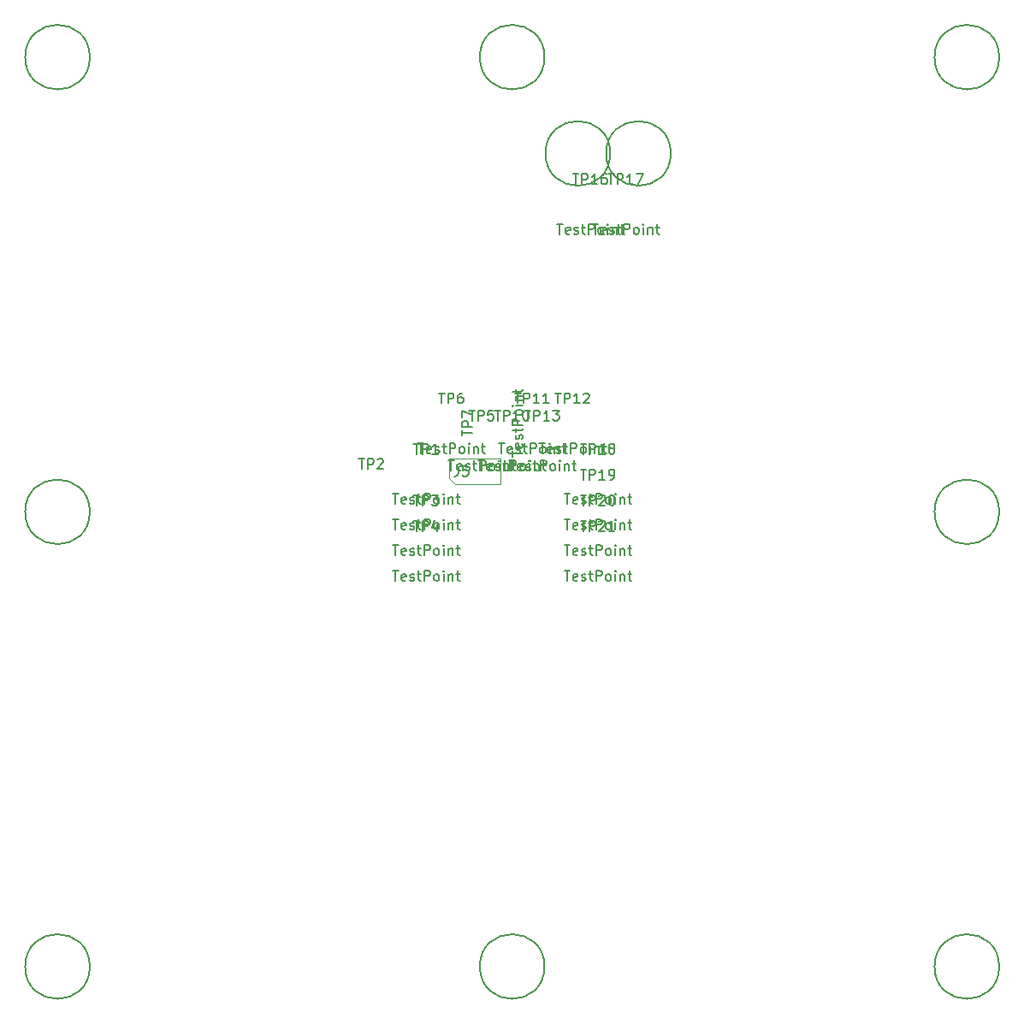
<source format=gbr>
%TF.GenerationSoftware,KiCad,Pcbnew,7.0.2-6a45011f42~172~ubuntu22.04.1*%
%TF.CreationDate,2023-05-30T13:32:28+12:00*%
%TF.ProjectId,THE_BRAWN-20A_POWER_FIXTURE,5448455f-4252-4415-974e-2d3230415f50,v1.0*%
%TF.SameCoordinates,Original*%
%TF.FileFunction,AssemblyDrawing,Top*%
%FSLAX46Y46*%
G04 Gerber Fmt 4.6, Leading zero omitted, Abs format (unit mm)*
G04 Created by KiCad (PCBNEW 7.0.2-6a45011f42~172~ubuntu22.04.1) date 2023-05-30 13:32:28*
%MOMM*%
%LPD*%
G01*
G04 APERTURE LIST*
%ADD10C,0.150000*%
%ADD11C,0.100000*%
G04 APERTURE END LIST*
D10*
%TO.C,TP13*%
X219666666Y-134912619D02*
X220238094Y-134912619D01*
X219952380Y-135912619D02*
X219952380Y-134912619D01*
X220952380Y-135865000D02*
X220857142Y-135912619D01*
X220857142Y-135912619D02*
X220666666Y-135912619D01*
X220666666Y-135912619D02*
X220571428Y-135865000D01*
X220571428Y-135865000D02*
X220523809Y-135769761D01*
X220523809Y-135769761D02*
X220523809Y-135388809D01*
X220523809Y-135388809D02*
X220571428Y-135293571D01*
X220571428Y-135293571D02*
X220666666Y-135245952D01*
X220666666Y-135245952D02*
X220857142Y-135245952D01*
X220857142Y-135245952D02*
X220952380Y-135293571D01*
X220952380Y-135293571D02*
X220999999Y-135388809D01*
X220999999Y-135388809D02*
X220999999Y-135484047D01*
X220999999Y-135484047D02*
X220523809Y-135579285D01*
X221380952Y-135865000D02*
X221476190Y-135912619D01*
X221476190Y-135912619D02*
X221666666Y-135912619D01*
X221666666Y-135912619D02*
X221761904Y-135865000D01*
X221761904Y-135865000D02*
X221809523Y-135769761D01*
X221809523Y-135769761D02*
X221809523Y-135722142D01*
X221809523Y-135722142D02*
X221761904Y-135626904D01*
X221761904Y-135626904D02*
X221666666Y-135579285D01*
X221666666Y-135579285D02*
X221523809Y-135579285D01*
X221523809Y-135579285D02*
X221428571Y-135531666D01*
X221428571Y-135531666D02*
X221380952Y-135436428D01*
X221380952Y-135436428D02*
X221380952Y-135388809D01*
X221380952Y-135388809D02*
X221428571Y-135293571D01*
X221428571Y-135293571D02*
X221523809Y-135245952D01*
X221523809Y-135245952D02*
X221666666Y-135245952D01*
X221666666Y-135245952D02*
X221761904Y-135293571D01*
X222095238Y-135245952D02*
X222476190Y-135245952D01*
X222238095Y-134912619D02*
X222238095Y-135769761D01*
X222238095Y-135769761D02*
X222285714Y-135865000D01*
X222285714Y-135865000D02*
X222380952Y-135912619D01*
X222380952Y-135912619D02*
X222476190Y-135912619D01*
X222809524Y-135912619D02*
X222809524Y-134912619D01*
X222809524Y-134912619D02*
X223190476Y-134912619D01*
X223190476Y-134912619D02*
X223285714Y-134960238D01*
X223285714Y-134960238D02*
X223333333Y-135007857D01*
X223333333Y-135007857D02*
X223380952Y-135103095D01*
X223380952Y-135103095D02*
X223380952Y-135245952D01*
X223380952Y-135245952D02*
X223333333Y-135341190D01*
X223333333Y-135341190D02*
X223285714Y-135388809D01*
X223285714Y-135388809D02*
X223190476Y-135436428D01*
X223190476Y-135436428D02*
X222809524Y-135436428D01*
X223952381Y-135912619D02*
X223857143Y-135865000D01*
X223857143Y-135865000D02*
X223809524Y-135817380D01*
X223809524Y-135817380D02*
X223761905Y-135722142D01*
X223761905Y-135722142D02*
X223761905Y-135436428D01*
X223761905Y-135436428D02*
X223809524Y-135341190D01*
X223809524Y-135341190D02*
X223857143Y-135293571D01*
X223857143Y-135293571D02*
X223952381Y-135245952D01*
X223952381Y-135245952D02*
X224095238Y-135245952D01*
X224095238Y-135245952D02*
X224190476Y-135293571D01*
X224190476Y-135293571D02*
X224238095Y-135341190D01*
X224238095Y-135341190D02*
X224285714Y-135436428D01*
X224285714Y-135436428D02*
X224285714Y-135722142D01*
X224285714Y-135722142D02*
X224238095Y-135817380D01*
X224238095Y-135817380D02*
X224190476Y-135865000D01*
X224190476Y-135865000D02*
X224095238Y-135912619D01*
X224095238Y-135912619D02*
X223952381Y-135912619D01*
X224714286Y-135912619D02*
X224714286Y-135245952D01*
X224714286Y-134912619D02*
X224666667Y-134960238D01*
X224666667Y-134960238D02*
X224714286Y-135007857D01*
X224714286Y-135007857D02*
X224761905Y-134960238D01*
X224761905Y-134960238D02*
X224714286Y-134912619D01*
X224714286Y-134912619D02*
X224714286Y-135007857D01*
X225190476Y-135245952D02*
X225190476Y-135912619D01*
X225190476Y-135341190D02*
X225238095Y-135293571D01*
X225238095Y-135293571D02*
X225333333Y-135245952D01*
X225333333Y-135245952D02*
X225476190Y-135245952D01*
X225476190Y-135245952D02*
X225571428Y-135293571D01*
X225571428Y-135293571D02*
X225619047Y-135388809D01*
X225619047Y-135388809D02*
X225619047Y-135912619D01*
X225952381Y-135245952D02*
X226333333Y-135245952D01*
X226095238Y-134912619D02*
X226095238Y-135769761D01*
X226095238Y-135769761D02*
X226142857Y-135865000D01*
X226142857Y-135865000D02*
X226238095Y-135912619D01*
X226238095Y-135912619D02*
X226333333Y-135912619D01*
X221261905Y-129962619D02*
X221833333Y-129962619D01*
X221547619Y-130962619D02*
X221547619Y-129962619D01*
X222166667Y-130962619D02*
X222166667Y-129962619D01*
X222166667Y-129962619D02*
X222547619Y-129962619D01*
X222547619Y-129962619D02*
X222642857Y-130010238D01*
X222642857Y-130010238D02*
X222690476Y-130057857D01*
X222690476Y-130057857D02*
X222738095Y-130153095D01*
X222738095Y-130153095D02*
X222738095Y-130295952D01*
X222738095Y-130295952D02*
X222690476Y-130391190D01*
X222690476Y-130391190D02*
X222642857Y-130438809D01*
X222642857Y-130438809D02*
X222547619Y-130486428D01*
X222547619Y-130486428D02*
X222166667Y-130486428D01*
X223690476Y-130962619D02*
X223119048Y-130962619D01*
X223404762Y-130962619D02*
X223404762Y-129962619D01*
X223404762Y-129962619D02*
X223309524Y-130105476D01*
X223309524Y-130105476D02*
X223214286Y-130200714D01*
X223214286Y-130200714D02*
X223119048Y-130248333D01*
X224023810Y-129962619D02*
X224642857Y-129962619D01*
X224642857Y-129962619D02*
X224309524Y-130343571D01*
X224309524Y-130343571D02*
X224452381Y-130343571D01*
X224452381Y-130343571D02*
X224547619Y-130391190D01*
X224547619Y-130391190D02*
X224595238Y-130438809D01*
X224595238Y-130438809D02*
X224642857Y-130534047D01*
X224642857Y-130534047D02*
X224642857Y-130772142D01*
X224642857Y-130772142D02*
X224595238Y-130867380D01*
X224595238Y-130867380D02*
X224547619Y-130915000D01*
X224547619Y-130915000D02*
X224452381Y-130962619D01*
X224452381Y-130962619D02*
X224166667Y-130962619D01*
X224166667Y-130962619D02*
X224071429Y-130915000D01*
X224071429Y-130915000D02*
X224023810Y-130867380D01*
%TO.C,TP5*%
X213666666Y-134912619D02*
X214238094Y-134912619D01*
X213952380Y-135912619D02*
X213952380Y-134912619D01*
X214952380Y-135865000D02*
X214857142Y-135912619D01*
X214857142Y-135912619D02*
X214666666Y-135912619D01*
X214666666Y-135912619D02*
X214571428Y-135865000D01*
X214571428Y-135865000D02*
X214523809Y-135769761D01*
X214523809Y-135769761D02*
X214523809Y-135388809D01*
X214523809Y-135388809D02*
X214571428Y-135293571D01*
X214571428Y-135293571D02*
X214666666Y-135245952D01*
X214666666Y-135245952D02*
X214857142Y-135245952D01*
X214857142Y-135245952D02*
X214952380Y-135293571D01*
X214952380Y-135293571D02*
X214999999Y-135388809D01*
X214999999Y-135388809D02*
X214999999Y-135484047D01*
X214999999Y-135484047D02*
X214523809Y-135579285D01*
X215380952Y-135865000D02*
X215476190Y-135912619D01*
X215476190Y-135912619D02*
X215666666Y-135912619D01*
X215666666Y-135912619D02*
X215761904Y-135865000D01*
X215761904Y-135865000D02*
X215809523Y-135769761D01*
X215809523Y-135769761D02*
X215809523Y-135722142D01*
X215809523Y-135722142D02*
X215761904Y-135626904D01*
X215761904Y-135626904D02*
X215666666Y-135579285D01*
X215666666Y-135579285D02*
X215523809Y-135579285D01*
X215523809Y-135579285D02*
X215428571Y-135531666D01*
X215428571Y-135531666D02*
X215380952Y-135436428D01*
X215380952Y-135436428D02*
X215380952Y-135388809D01*
X215380952Y-135388809D02*
X215428571Y-135293571D01*
X215428571Y-135293571D02*
X215523809Y-135245952D01*
X215523809Y-135245952D02*
X215666666Y-135245952D01*
X215666666Y-135245952D02*
X215761904Y-135293571D01*
X216095238Y-135245952D02*
X216476190Y-135245952D01*
X216238095Y-134912619D02*
X216238095Y-135769761D01*
X216238095Y-135769761D02*
X216285714Y-135865000D01*
X216285714Y-135865000D02*
X216380952Y-135912619D01*
X216380952Y-135912619D02*
X216476190Y-135912619D01*
X216809524Y-135912619D02*
X216809524Y-134912619D01*
X216809524Y-134912619D02*
X217190476Y-134912619D01*
X217190476Y-134912619D02*
X217285714Y-134960238D01*
X217285714Y-134960238D02*
X217333333Y-135007857D01*
X217333333Y-135007857D02*
X217380952Y-135103095D01*
X217380952Y-135103095D02*
X217380952Y-135245952D01*
X217380952Y-135245952D02*
X217333333Y-135341190D01*
X217333333Y-135341190D02*
X217285714Y-135388809D01*
X217285714Y-135388809D02*
X217190476Y-135436428D01*
X217190476Y-135436428D02*
X216809524Y-135436428D01*
X217952381Y-135912619D02*
X217857143Y-135865000D01*
X217857143Y-135865000D02*
X217809524Y-135817380D01*
X217809524Y-135817380D02*
X217761905Y-135722142D01*
X217761905Y-135722142D02*
X217761905Y-135436428D01*
X217761905Y-135436428D02*
X217809524Y-135341190D01*
X217809524Y-135341190D02*
X217857143Y-135293571D01*
X217857143Y-135293571D02*
X217952381Y-135245952D01*
X217952381Y-135245952D02*
X218095238Y-135245952D01*
X218095238Y-135245952D02*
X218190476Y-135293571D01*
X218190476Y-135293571D02*
X218238095Y-135341190D01*
X218238095Y-135341190D02*
X218285714Y-135436428D01*
X218285714Y-135436428D02*
X218285714Y-135722142D01*
X218285714Y-135722142D02*
X218238095Y-135817380D01*
X218238095Y-135817380D02*
X218190476Y-135865000D01*
X218190476Y-135865000D02*
X218095238Y-135912619D01*
X218095238Y-135912619D02*
X217952381Y-135912619D01*
X218714286Y-135912619D02*
X218714286Y-135245952D01*
X218714286Y-134912619D02*
X218666667Y-134960238D01*
X218666667Y-134960238D02*
X218714286Y-135007857D01*
X218714286Y-135007857D02*
X218761905Y-134960238D01*
X218761905Y-134960238D02*
X218714286Y-134912619D01*
X218714286Y-134912619D02*
X218714286Y-135007857D01*
X219190476Y-135245952D02*
X219190476Y-135912619D01*
X219190476Y-135341190D02*
X219238095Y-135293571D01*
X219238095Y-135293571D02*
X219333333Y-135245952D01*
X219333333Y-135245952D02*
X219476190Y-135245952D01*
X219476190Y-135245952D02*
X219571428Y-135293571D01*
X219571428Y-135293571D02*
X219619047Y-135388809D01*
X219619047Y-135388809D02*
X219619047Y-135912619D01*
X219952381Y-135245952D02*
X220333333Y-135245952D01*
X220095238Y-134912619D02*
X220095238Y-135769761D01*
X220095238Y-135769761D02*
X220142857Y-135865000D01*
X220142857Y-135865000D02*
X220238095Y-135912619D01*
X220238095Y-135912619D02*
X220333333Y-135912619D01*
X215738095Y-129962619D02*
X216309523Y-129962619D01*
X216023809Y-130962619D02*
X216023809Y-129962619D01*
X216642857Y-130962619D02*
X216642857Y-129962619D01*
X216642857Y-129962619D02*
X217023809Y-129962619D01*
X217023809Y-129962619D02*
X217119047Y-130010238D01*
X217119047Y-130010238D02*
X217166666Y-130057857D01*
X217166666Y-130057857D02*
X217214285Y-130153095D01*
X217214285Y-130153095D02*
X217214285Y-130295952D01*
X217214285Y-130295952D02*
X217166666Y-130391190D01*
X217166666Y-130391190D02*
X217119047Y-130438809D01*
X217119047Y-130438809D02*
X217023809Y-130486428D01*
X217023809Y-130486428D02*
X216642857Y-130486428D01*
X218119047Y-129962619D02*
X217642857Y-129962619D01*
X217642857Y-129962619D02*
X217595238Y-130438809D01*
X217595238Y-130438809D02*
X217642857Y-130391190D01*
X217642857Y-130391190D02*
X217738095Y-130343571D01*
X217738095Y-130343571D02*
X217976190Y-130343571D01*
X217976190Y-130343571D02*
X218071428Y-130391190D01*
X218071428Y-130391190D02*
X218119047Y-130438809D01*
X218119047Y-130438809D02*
X218166666Y-130534047D01*
X218166666Y-130534047D02*
X218166666Y-130772142D01*
X218166666Y-130772142D02*
X218119047Y-130867380D01*
X218119047Y-130867380D02*
X218071428Y-130915000D01*
X218071428Y-130915000D02*
X217976190Y-130962619D01*
X217976190Y-130962619D02*
X217738095Y-130962619D01*
X217738095Y-130962619D02*
X217642857Y-130915000D01*
X217642857Y-130915000D02*
X217595238Y-130867380D01*
%TO.C,TP6*%
X210666666Y-133212619D02*
X211238094Y-133212619D01*
X210952380Y-134212619D02*
X210952380Y-133212619D01*
X211952380Y-134165000D02*
X211857142Y-134212619D01*
X211857142Y-134212619D02*
X211666666Y-134212619D01*
X211666666Y-134212619D02*
X211571428Y-134165000D01*
X211571428Y-134165000D02*
X211523809Y-134069761D01*
X211523809Y-134069761D02*
X211523809Y-133688809D01*
X211523809Y-133688809D02*
X211571428Y-133593571D01*
X211571428Y-133593571D02*
X211666666Y-133545952D01*
X211666666Y-133545952D02*
X211857142Y-133545952D01*
X211857142Y-133545952D02*
X211952380Y-133593571D01*
X211952380Y-133593571D02*
X211999999Y-133688809D01*
X211999999Y-133688809D02*
X211999999Y-133784047D01*
X211999999Y-133784047D02*
X211523809Y-133879285D01*
X212380952Y-134165000D02*
X212476190Y-134212619D01*
X212476190Y-134212619D02*
X212666666Y-134212619D01*
X212666666Y-134212619D02*
X212761904Y-134165000D01*
X212761904Y-134165000D02*
X212809523Y-134069761D01*
X212809523Y-134069761D02*
X212809523Y-134022142D01*
X212809523Y-134022142D02*
X212761904Y-133926904D01*
X212761904Y-133926904D02*
X212666666Y-133879285D01*
X212666666Y-133879285D02*
X212523809Y-133879285D01*
X212523809Y-133879285D02*
X212428571Y-133831666D01*
X212428571Y-133831666D02*
X212380952Y-133736428D01*
X212380952Y-133736428D02*
X212380952Y-133688809D01*
X212380952Y-133688809D02*
X212428571Y-133593571D01*
X212428571Y-133593571D02*
X212523809Y-133545952D01*
X212523809Y-133545952D02*
X212666666Y-133545952D01*
X212666666Y-133545952D02*
X212761904Y-133593571D01*
X213095238Y-133545952D02*
X213476190Y-133545952D01*
X213238095Y-133212619D02*
X213238095Y-134069761D01*
X213238095Y-134069761D02*
X213285714Y-134165000D01*
X213285714Y-134165000D02*
X213380952Y-134212619D01*
X213380952Y-134212619D02*
X213476190Y-134212619D01*
X213809524Y-134212619D02*
X213809524Y-133212619D01*
X213809524Y-133212619D02*
X214190476Y-133212619D01*
X214190476Y-133212619D02*
X214285714Y-133260238D01*
X214285714Y-133260238D02*
X214333333Y-133307857D01*
X214333333Y-133307857D02*
X214380952Y-133403095D01*
X214380952Y-133403095D02*
X214380952Y-133545952D01*
X214380952Y-133545952D02*
X214333333Y-133641190D01*
X214333333Y-133641190D02*
X214285714Y-133688809D01*
X214285714Y-133688809D02*
X214190476Y-133736428D01*
X214190476Y-133736428D02*
X213809524Y-133736428D01*
X214952381Y-134212619D02*
X214857143Y-134165000D01*
X214857143Y-134165000D02*
X214809524Y-134117380D01*
X214809524Y-134117380D02*
X214761905Y-134022142D01*
X214761905Y-134022142D02*
X214761905Y-133736428D01*
X214761905Y-133736428D02*
X214809524Y-133641190D01*
X214809524Y-133641190D02*
X214857143Y-133593571D01*
X214857143Y-133593571D02*
X214952381Y-133545952D01*
X214952381Y-133545952D02*
X215095238Y-133545952D01*
X215095238Y-133545952D02*
X215190476Y-133593571D01*
X215190476Y-133593571D02*
X215238095Y-133641190D01*
X215238095Y-133641190D02*
X215285714Y-133736428D01*
X215285714Y-133736428D02*
X215285714Y-134022142D01*
X215285714Y-134022142D02*
X215238095Y-134117380D01*
X215238095Y-134117380D02*
X215190476Y-134165000D01*
X215190476Y-134165000D02*
X215095238Y-134212619D01*
X215095238Y-134212619D02*
X214952381Y-134212619D01*
X215714286Y-134212619D02*
X215714286Y-133545952D01*
X215714286Y-133212619D02*
X215666667Y-133260238D01*
X215666667Y-133260238D02*
X215714286Y-133307857D01*
X215714286Y-133307857D02*
X215761905Y-133260238D01*
X215761905Y-133260238D02*
X215714286Y-133212619D01*
X215714286Y-133212619D02*
X215714286Y-133307857D01*
X216190476Y-133545952D02*
X216190476Y-134212619D01*
X216190476Y-133641190D02*
X216238095Y-133593571D01*
X216238095Y-133593571D02*
X216333333Y-133545952D01*
X216333333Y-133545952D02*
X216476190Y-133545952D01*
X216476190Y-133545952D02*
X216571428Y-133593571D01*
X216571428Y-133593571D02*
X216619047Y-133688809D01*
X216619047Y-133688809D02*
X216619047Y-134212619D01*
X216952381Y-133545952D02*
X217333333Y-133545952D01*
X217095238Y-133212619D02*
X217095238Y-134069761D01*
X217095238Y-134069761D02*
X217142857Y-134165000D01*
X217142857Y-134165000D02*
X217238095Y-134212619D01*
X217238095Y-134212619D02*
X217333333Y-134212619D01*
X212738095Y-128262619D02*
X213309523Y-128262619D01*
X213023809Y-129262619D02*
X213023809Y-128262619D01*
X213642857Y-129262619D02*
X213642857Y-128262619D01*
X213642857Y-128262619D02*
X214023809Y-128262619D01*
X214023809Y-128262619D02*
X214119047Y-128310238D01*
X214119047Y-128310238D02*
X214166666Y-128357857D01*
X214166666Y-128357857D02*
X214214285Y-128453095D01*
X214214285Y-128453095D02*
X214214285Y-128595952D01*
X214214285Y-128595952D02*
X214166666Y-128691190D01*
X214166666Y-128691190D02*
X214119047Y-128738809D01*
X214119047Y-128738809D02*
X214023809Y-128786428D01*
X214023809Y-128786428D02*
X213642857Y-128786428D01*
X215071428Y-128262619D02*
X214880952Y-128262619D01*
X214880952Y-128262619D02*
X214785714Y-128310238D01*
X214785714Y-128310238D02*
X214738095Y-128357857D01*
X214738095Y-128357857D02*
X214642857Y-128500714D01*
X214642857Y-128500714D02*
X214595238Y-128691190D01*
X214595238Y-128691190D02*
X214595238Y-129072142D01*
X214595238Y-129072142D02*
X214642857Y-129167380D01*
X214642857Y-129167380D02*
X214690476Y-129215000D01*
X214690476Y-129215000D02*
X214785714Y-129262619D01*
X214785714Y-129262619D02*
X214976190Y-129262619D01*
X214976190Y-129262619D02*
X215071428Y-129215000D01*
X215071428Y-129215000D02*
X215119047Y-129167380D01*
X215119047Y-129167380D02*
X215166666Y-129072142D01*
X215166666Y-129072142D02*
X215166666Y-128834047D01*
X215166666Y-128834047D02*
X215119047Y-128738809D01*
X215119047Y-128738809D02*
X215071428Y-128691190D01*
X215071428Y-128691190D02*
X214976190Y-128643571D01*
X214976190Y-128643571D02*
X214785714Y-128643571D01*
X214785714Y-128643571D02*
X214690476Y-128691190D01*
X214690476Y-128691190D02*
X214642857Y-128738809D01*
X214642857Y-128738809D02*
X214595238Y-128834047D01*
%TO.C,TP7*%
X220012619Y-134533333D02*
X220012619Y-133961905D01*
X221012619Y-134247619D02*
X220012619Y-134247619D01*
X220965000Y-133247619D02*
X221012619Y-133342857D01*
X221012619Y-133342857D02*
X221012619Y-133533333D01*
X221012619Y-133533333D02*
X220965000Y-133628571D01*
X220965000Y-133628571D02*
X220869761Y-133676190D01*
X220869761Y-133676190D02*
X220488809Y-133676190D01*
X220488809Y-133676190D02*
X220393571Y-133628571D01*
X220393571Y-133628571D02*
X220345952Y-133533333D01*
X220345952Y-133533333D02*
X220345952Y-133342857D01*
X220345952Y-133342857D02*
X220393571Y-133247619D01*
X220393571Y-133247619D02*
X220488809Y-133200000D01*
X220488809Y-133200000D02*
X220584047Y-133200000D01*
X220584047Y-133200000D02*
X220679285Y-133676190D01*
X220965000Y-132819047D02*
X221012619Y-132723809D01*
X221012619Y-132723809D02*
X221012619Y-132533333D01*
X221012619Y-132533333D02*
X220965000Y-132438095D01*
X220965000Y-132438095D02*
X220869761Y-132390476D01*
X220869761Y-132390476D02*
X220822142Y-132390476D01*
X220822142Y-132390476D02*
X220726904Y-132438095D01*
X220726904Y-132438095D02*
X220679285Y-132533333D01*
X220679285Y-132533333D02*
X220679285Y-132676190D01*
X220679285Y-132676190D02*
X220631666Y-132771428D01*
X220631666Y-132771428D02*
X220536428Y-132819047D01*
X220536428Y-132819047D02*
X220488809Y-132819047D01*
X220488809Y-132819047D02*
X220393571Y-132771428D01*
X220393571Y-132771428D02*
X220345952Y-132676190D01*
X220345952Y-132676190D02*
X220345952Y-132533333D01*
X220345952Y-132533333D02*
X220393571Y-132438095D01*
X220345952Y-132104761D02*
X220345952Y-131723809D01*
X220012619Y-131961904D02*
X220869761Y-131961904D01*
X220869761Y-131961904D02*
X220965000Y-131914285D01*
X220965000Y-131914285D02*
X221012619Y-131819047D01*
X221012619Y-131819047D02*
X221012619Y-131723809D01*
X221012619Y-131390475D02*
X220012619Y-131390475D01*
X220012619Y-131390475D02*
X220012619Y-131009523D01*
X220012619Y-131009523D02*
X220060238Y-130914285D01*
X220060238Y-130914285D02*
X220107857Y-130866666D01*
X220107857Y-130866666D02*
X220203095Y-130819047D01*
X220203095Y-130819047D02*
X220345952Y-130819047D01*
X220345952Y-130819047D02*
X220441190Y-130866666D01*
X220441190Y-130866666D02*
X220488809Y-130914285D01*
X220488809Y-130914285D02*
X220536428Y-131009523D01*
X220536428Y-131009523D02*
X220536428Y-131390475D01*
X221012619Y-130247618D02*
X220965000Y-130342856D01*
X220965000Y-130342856D02*
X220917380Y-130390475D01*
X220917380Y-130390475D02*
X220822142Y-130438094D01*
X220822142Y-130438094D02*
X220536428Y-130438094D01*
X220536428Y-130438094D02*
X220441190Y-130390475D01*
X220441190Y-130390475D02*
X220393571Y-130342856D01*
X220393571Y-130342856D02*
X220345952Y-130247618D01*
X220345952Y-130247618D02*
X220345952Y-130104761D01*
X220345952Y-130104761D02*
X220393571Y-130009523D01*
X220393571Y-130009523D02*
X220441190Y-129961904D01*
X220441190Y-129961904D02*
X220536428Y-129914285D01*
X220536428Y-129914285D02*
X220822142Y-129914285D01*
X220822142Y-129914285D02*
X220917380Y-129961904D01*
X220917380Y-129961904D02*
X220965000Y-130009523D01*
X220965000Y-130009523D02*
X221012619Y-130104761D01*
X221012619Y-130104761D02*
X221012619Y-130247618D01*
X221012619Y-129485713D02*
X220345952Y-129485713D01*
X220012619Y-129485713D02*
X220060238Y-129533332D01*
X220060238Y-129533332D02*
X220107857Y-129485713D01*
X220107857Y-129485713D02*
X220060238Y-129438094D01*
X220060238Y-129438094D02*
X220012619Y-129485713D01*
X220012619Y-129485713D02*
X220107857Y-129485713D01*
X220345952Y-129009523D02*
X221012619Y-129009523D01*
X220441190Y-129009523D02*
X220393571Y-128961904D01*
X220393571Y-128961904D02*
X220345952Y-128866666D01*
X220345952Y-128866666D02*
X220345952Y-128723809D01*
X220345952Y-128723809D02*
X220393571Y-128628571D01*
X220393571Y-128628571D02*
X220488809Y-128580952D01*
X220488809Y-128580952D02*
X221012619Y-128580952D01*
X220345952Y-128247618D02*
X220345952Y-127866666D01*
X220012619Y-128104761D02*
X220869761Y-128104761D01*
X220869761Y-128104761D02*
X220965000Y-128057142D01*
X220965000Y-128057142D02*
X221012619Y-127961904D01*
X221012619Y-127961904D02*
X221012619Y-127866666D01*
X215062619Y-132461904D02*
X215062619Y-131890476D01*
X216062619Y-132176190D02*
X215062619Y-132176190D01*
X216062619Y-131557142D02*
X215062619Y-131557142D01*
X215062619Y-131557142D02*
X215062619Y-131176190D01*
X215062619Y-131176190D02*
X215110238Y-131080952D01*
X215110238Y-131080952D02*
X215157857Y-131033333D01*
X215157857Y-131033333D02*
X215253095Y-130985714D01*
X215253095Y-130985714D02*
X215395952Y-130985714D01*
X215395952Y-130985714D02*
X215491190Y-131033333D01*
X215491190Y-131033333D02*
X215538809Y-131080952D01*
X215538809Y-131080952D02*
X215586428Y-131176190D01*
X215586428Y-131176190D02*
X215586428Y-131557142D01*
X215062619Y-130652380D02*
X215062619Y-129985714D01*
X215062619Y-129985714D02*
X216062619Y-130414285D01*
%TO.C,TP11*%
X218666666Y-133212619D02*
X219238094Y-133212619D01*
X218952380Y-134212619D02*
X218952380Y-133212619D01*
X219952380Y-134165000D02*
X219857142Y-134212619D01*
X219857142Y-134212619D02*
X219666666Y-134212619D01*
X219666666Y-134212619D02*
X219571428Y-134165000D01*
X219571428Y-134165000D02*
X219523809Y-134069761D01*
X219523809Y-134069761D02*
X219523809Y-133688809D01*
X219523809Y-133688809D02*
X219571428Y-133593571D01*
X219571428Y-133593571D02*
X219666666Y-133545952D01*
X219666666Y-133545952D02*
X219857142Y-133545952D01*
X219857142Y-133545952D02*
X219952380Y-133593571D01*
X219952380Y-133593571D02*
X219999999Y-133688809D01*
X219999999Y-133688809D02*
X219999999Y-133784047D01*
X219999999Y-133784047D02*
X219523809Y-133879285D01*
X220380952Y-134165000D02*
X220476190Y-134212619D01*
X220476190Y-134212619D02*
X220666666Y-134212619D01*
X220666666Y-134212619D02*
X220761904Y-134165000D01*
X220761904Y-134165000D02*
X220809523Y-134069761D01*
X220809523Y-134069761D02*
X220809523Y-134022142D01*
X220809523Y-134022142D02*
X220761904Y-133926904D01*
X220761904Y-133926904D02*
X220666666Y-133879285D01*
X220666666Y-133879285D02*
X220523809Y-133879285D01*
X220523809Y-133879285D02*
X220428571Y-133831666D01*
X220428571Y-133831666D02*
X220380952Y-133736428D01*
X220380952Y-133736428D02*
X220380952Y-133688809D01*
X220380952Y-133688809D02*
X220428571Y-133593571D01*
X220428571Y-133593571D02*
X220523809Y-133545952D01*
X220523809Y-133545952D02*
X220666666Y-133545952D01*
X220666666Y-133545952D02*
X220761904Y-133593571D01*
X221095238Y-133545952D02*
X221476190Y-133545952D01*
X221238095Y-133212619D02*
X221238095Y-134069761D01*
X221238095Y-134069761D02*
X221285714Y-134165000D01*
X221285714Y-134165000D02*
X221380952Y-134212619D01*
X221380952Y-134212619D02*
X221476190Y-134212619D01*
X221809524Y-134212619D02*
X221809524Y-133212619D01*
X221809524Y-133212619D02*
X222190476Y-133212619D01*
X222190476Y-133212619D02*
X222285714Y-133260238D01*
X222285714Y-133260238D02*
X222333333Y-133307857D01*
X222333333Y-133307857D02*
X222380952Y-133403095D01*
X222380952Y-133403095D02*
X222380952Y-133545952D01*
X222380952Y-133545952D02*
X222333333Y-133641190D01*
X222333333Y-133641190D02*
X222285714Y-133688809D01*
X222285714Y-133688809D02*
X222190476Y-133736428D01*
X222190476Y-133736428D02*
X221809524Y-133736428D01*
X222952381Y-134212619D02*
X222857143Y-134165000D01*
X222857143Y-134165000D02*
X222809524Y-134117380D01*
X222809524Y-134117380D02*
X222761905Y-134022142D01*
X222761905Y-134022142D02*
X222761905Y-133736428D01*
X222761905Y-133736428D02*
X222809524Y-133641190D01*
X222809524Y-133641190D02*
X222857143Y-133593571D01*
X222857143Y-133593571D02*
X222952381Y-133545952D01*
X222952381Y-133545952D02*
X223095238Y-133545952D01*
X223095238Y-133545952D02*
X223190476Y-133593571D01*
X223190476Y-133593571D02*
X223238095Y-133641190D01*
X223238095Y-133641190D02*
X223285714Y-133736428D01*
X223285714Y-133736428D02*
X223285714Y-134022142D01*
X223285714Y-134022142D02*
X223238095Y-134117380D01*
X223238095Y-134117380D02*
X223190476Y-134165000D01*
X223190476Y-134165000D02*
X223095238Y-134212619D01*
X223095238Y-134212619D02*
X222952381Y-134212619D01*
X223714286Y-134212619D02*
X223714286Y-133545952D01*
X223714286Y-133212619D02*
X223666667Y-133260238D01*
X223666667Y-133260238D02*
X223714286Y-133307857D01*
X223714286Y-133307857D02*
X223761905Y-133260238D01*
X223761905Y-133260238D02*
X223714286Y-133212619D01*
X223714286Y-133212619D02*
X223714286Y-133307857D01*
X224190476Y-133545952D02*
X224190476Y-134212619D01*
X224190476Y-133641190D02*
X224238095Y-133593571D01*
X224238095Y-133593571D02*
X224333333Y-133545952D01*
X224333333Y-133545952D02*
X224476190Y-133545952D01*
X224476190Y-133545952D02*
X224571428Y-133593571D01*
X224571428Y-133593571D02*
X224619047Y-133688809D01*
X224619047Y-133688809D02*
X224619047Y-134212619D01*
X224952381Y-133545952D02*
X225333333Y-133545952D01*
X225095238Y-133212619D02*
X225095238Y-134069761D01*
X225095238Y-134069761D02*
X225142857Y-134165000D01*
X225142857Y-134165000D02*
X225238095Y-134212619D01*
X225238095Y-134212619D02*
X225333333Y-134212619D01*
X220261905Y-128262619D02*
X220833333Y-128262619D01*
X220547619Y-129262619D02*
X220547619Y-128262619D01*
X221166667Y-129262619D02*
X221166667Y-128262619D01*
X221166667Y-128262619D02*
X221547619Y-128262619D01*
X221547619Y-128262619D02*
X221642857Y-128310238D01*
X221642857Y-128310238D02*
X221690476Y-128357857D01*
X221690476Y-128357857D02*
X221738095Y-128453095D01*
X221738095Y-128453095D02*
X221738095Y-128595952D01*
X221738095Y-128595952D02*
X221690476Y-128691190D01*
X221690476Y-128691190D02*
X221642857Y-128738809D01*
X221642857Y-128738809D02*
X221547619Y-128786428D01*
X221547619Y-128786428D02*
X221166667Y-128786428D01*
X222690476Y-129262619D02*
X222119048Y-129262619D01*
X222404762Y-129262619D02*
X222404762Y-128262619D01*
X222404762Y-128262619D02*
X222309524Y-128405476D01*
X222309524Y-128405476D02*
X222214286Y-128500714D01*
X222214286Y-128500714D02*
X222119048Y-128548333D01*
X223642857Y-129262619D02*
X223071429Y-129262619D01*
X223357143Y-129262619D02*
X223357143Y-128262619D01*
X223357143Y-128262619D02*
X223261905Y-128405476D01*
X223261905Y-128405476D02*
X223166667Y-128500714D01*
X223166667Y-128500714D02*
X223071429Y-128548333D01*
%TO.C,TP12*%
X222666666Y-133212619D02*
X223238094Y-133212619D01*
X222952380Y-134212619D02*
X222952380Y-133212619D01*
X223952380Y-134165000D02*
X223857142Y-134212619D01*
X223857142Y-134212619D02*
X223666666Y-134212619D01*
X223666666Y-134212619D02*
X223571428Y-134165000D01*
X223571428Y-134165000D02*
X223523809Y-134069761D01*
X223523809Y-134069761D02*
X223523809Y-133688809D01*
X223523809Y-133688809D02*
X223571428Y-133593571D01*
X223571428Y-133593571D02*
X223666666Y-133545952D01*
X223666666Y-133545952D02*
X223857142Y-133545952D01*
X223857142Y-133545952D02*
X223952380Y-133593571D01*
X223952380Y-133593571D02*
X223999999Y-133688809D01*
X223999999Y-133688809D02*
X223999999Y-133784047D01*
X223999999Y-133784047D02*
X223523809Y-133879285D01*
X224380952Y-134165000D02*
X224476190Y-134212619D01*
X224476190Y-134212619D02*
X224666666Y-134212619D01*
X224666666Y-134212619D02*
X224761904Y-134165000D01*
X224761904Y-134165000D02*
X224809523Y-134069761D01*
X224809523Y-134069761D02*
X224809523Y-134022142D01*
X224809523Y-134022142D02*
X224761904Y-133926904D01*
X224761904Y-133926904D02*
X224666666Y-133879285D01*
X224666666Y-133879285D02*
X224523809Y-133879285D01*
X224523809Y-133879285D02*
X224428571Y-133831666D01*
X224428571Y-133831666D02*
X224380952Y-133736428D01*
X224380952Y-133736428D02*
X224380952Y-133688809D01*
X224380952Y-133688809D02*
X224428571Y-133593571D01*
X224428571Y-133593571D02*
X224523809Y-133545952D01*
X224523809Y-133545952D02*
X224666666Y-133545952D01*
X224666666Y-133545952D02*
X224761904Y-133593571D01*
X225095238Y-133545952D02*
X225476190Y-133545952D01*
X225238095Y-133212619D02*
X225238095Y-134069761D01*
X225238095Y-134069761D02*
X225285714Y-134165000D01*
X225285714Y-134165000D02*
X225380952Y-134212619D01*
X225380952Y-134212619D02*
X225476190Y-134212619D01*
X225809524Y-134212619D02*
X225809524Y-133212619D01*
X225809524Y-133212619D02*
X226190476Y-133212619D01*
X226190476Y-133212619D02*
X226285714Y-133260238D01*
X226285714Y-133260238D02*
X226333333Y-133307857D01*
X226333333Y-133307857D02*
X226380952Y-133403095D01*
X226380952Y-133403095D02*
X226380952Y-133545952D01*
X226380952Y-133545952D02*
X226333333Y-133641190D01*
X226333333Y-133641190D02*
X226285714Y-133688809D01*
X226285714Y-133688809D02*
X226190476Y-133736428D01*
X226190476Y-133736428D02*
X225809524Y-133736428D01*
X226952381Y-134212619D02*
X226857143Y-134165000D01*
X226857143Y-134165000D02*
X226809524Y-134117380D01*
X226809524Y-134117380D02*
X226761905Y-134022142D01*
X226761905Y-134022142D02*
X226761905Y-133736428D01*
X226761905Y-133736428D02*
X226809524Y-133641190D01*
X226809524Y-133641190D02*
X226857143Y-133593571D01*
X226857143Y-133593571D02*
X226952381Y-133545952D01*
X226952381Y-133545952D02*
X227095238Y-133545952D01*
X227095238Y-133545952D02*
X227190476Y-133593571D01*
X227190476Y-133593571D02*
X227238095Y-133641190D01*
X227238095Y-133641190D02*
X227285714Y-133736428D01*
X227285714Y-133736428D02*
X227285714Y-134022142D01*
X227285714Y-134022142D02*
X227238095Y-134117380D01*
X227238095Y-134117380D02*
X227190476Y-134165000D01*
X227190476Y-134165000D02*
X227095238Y-134212619D01*
X227095238Y-134212619D02*
X226952381Y-134212619D01*
X227714286Y-134212619D02*
X227714286Y-133545952D01*
X227714286Y-133212619D02*
X227666667Y-133260238D01*
X227666667Y-133260238D02*
X227714286Y-133307857D01*
X227714286Y-133307857D02*
X227761905Y-133260238D01*
X227761905Y-133260238D02*
X227714286Y-133212619D01*
X227714286Y-133212619D02*
X227714286Y-133307857D01*
X228190476Y-133545952D02*
X228190476Y-134212619D01*
X228190476Y-133641190D02*
X228238095Y-133593571D01*
X228238095Y-133593571D02*
X228333333Y-133545952D01*
X228333333Y-133545952D02*
X228476190Y-133545952D01*
X228476190Y-133545952D02*
X228571428Y-133593571D01*
X228571428Y-133593571D02*
X228619047Y-133688809D01*
X228619047Y-133688809D02*
X228619047Y-134212619D01*
X228952381Y-133545952D02*
X229333333Y-133545952D01*
X229095238Y-133212619D02*
X229095238Y-134069761D01*
X229095238Y-134069761D02*
X229142857Y-134165000D01*
X229142857Y-134165000D02*
X229238095Y-134212619D01*
X229238095Y-134212619D02*
X229333333Y-134212619D01*
X224261905Y-128262619D02*
X224833333Y-128262619D01*
X224547619Y-129262619D02*
X224547619Y-128262619D01*
X225166667Y-129262619D02*
X225166667Y-128262619D01*
X225166667Y-128262619D02*
X225547619Y-128262619D01*
X225547619Y-128262619D02*
X225642857Y-128310238D01*
X225642857Y-128310238D02*
X225690476Y-128357857D01*
X225690476Y-128357857D02*
X225738095Y-128453095D01*
X225738095Y-128453095D02*
X225738095Y-128595952D01*
X225738095Y-128595952D02*
X225690476Y-128691190D01*
X225690476Y-128691190D02*
X225642857Y-128738809D01*
X225642857Y-128738809D02*
X225547619Y-128786428D01*
X225547619Y-128786428D02*
X225166667Y-128786428D01*
X226690476Y-129262619D02*
X226119048Y-129262619D01*
X226404762Y-129262619D02*
X226404762Y-128262619D01*
X226404762Y-128262619D02*
X226309524Y-128405476D01*
X226309524Y-128405476D02*
X226214286Y-128500714D01*
X226214286Y-128500714D02*
X226119048Y-128548333D01*
X227071429Y-128357857D02*
X227119048Y-128310238D01*
X227119048Y-128310238D02*
X227214286Y-128262619D01*
X227214286Y-128262619D02*
X227452381Y-128262619D01*
X227452381Y-128262619D02*
X227547619Y-128310238D01*
X227547619Y-128310238D02*
X227595238Y-128357857D01*
X227595238Y-128357857D02*
X227642857Y-128453095D01*
X227642857Y-128453095D02*
X227642857Y-128548333D01*
X227642857Y-128548333D02*
X227595238Y-128691190D01*
X227595238Y-128691190D02*
X227023810Y-129262619D01*
X227023810Y-129262619D02*
X227642857Y-129262619D01*
%TO.C,TP10*%
X216666666Y-134912619D02*
X217238094Y-134912619D01*
X216952380Y-135912619D02*
X216952380Y-134912619D01*
X217952380Y-135865000D02*
X217857142Y-135912619D01*
X217857142Y-135912619D02*
X217666666Y-135912619D01*
X217666666Y-135912619D02*
X217571428Y-135865000D01*
X217571428Y-135865000D02*
X217523809Y-135769761D01*
X217523809Y-135769761D02*
X217523809Y-135388809D01*
X217523809Y-135388809D02*
X217571428Y-135293571D01*
X217571428Y-135293571D02*
X217666666Y-135245952D01*
X217666666Y-135245952D02*
X217857142Y-135245952D01*
X217857142Y-135245952D02*
X217952380Y-135293571D01*
X217952380Y-135293571D02*
X217999999Y-135388809D01*
X217999999Y-135388809D02*
X217999999Y-135484047D01*
X217999999Y-135484047D02*
X217523809Y-135579285D01*
X218380952Y-135865000D02*
X218476190Y-135912619D01*
X218476190Y-135912619D02*
X218666666Y-135912619D01*
X218666666Y-135912619D02*
X218761904Y-135865000D01*
X218761904Y-135865000D02*
X218809523Y-135769761D01*
X218809523Y-135769761D02*
X218809523Y-135722142D01*
X218809523Y-135722142D02*
X218761904Y-135626904D01*
X218761904Y-135626904D02*
X218666666Y-135579285D01*
X218666666Y-135579285D02*
X218523809Y-135579285D01*
X218523809Y-135579285D02*
X218428571Y-135531666D01*
X218428571Y-135531666D02*
X218380952Y-135436428D01*
X218380952Y-135436428D02*
X218380952Y-135388809D01*
X218380952Y-135388809D02*
X218428571Y-135293571D01*
X218428571Y-135293571D02*
X218523809Y-135245952D01*
X218523809Y-135245952D02*
X218666666Y-135245952D01*
X218666666Y-135245952D02*
X218761904Y-135293571D01*
X219095238Y-135245952D02*
X219476190Y-135245952D01*
X219238095Y-134912619D02*
X219238095Y-135769761D01*
X219238095Y-135769761D02*
X219285714Y-135865000D01*
X219285714Y-135865000D02*
X219380952Y-135912619D01*
X219380952Y-135912619D02*
X219476190Y-135912619D01*
X219809524Y-135912619D02*
X219809524Y-134912619D01*
X219809524Y-134912619D02*
X220190476Y-134912619D01*
X220190476Y-134912619D02*
X220285714Y-134960238D01*
X220285714Y-134960238D02*
X220333333Y-135007857D01*
X220333333Y-135007857D02*
X220380952Y-135103095D01*
X220380952Y-135103095D02*
X220380952Y-135245952D01*
X220380952Y-135245952D02*
X220333333Y-135341190D01*
X220333333Y-135341190D02*
X220285714Y-135388809D01*
X220285714Y-135388809D02*
X220190476Y-135436428D01*
X220190476Y-135436428D02*
X219809524Y-135436428D01*
X220952381Y-135912619D02*
X220857143Y-135865000D01*
X220857143Y-135865000D02*
X220809524Y-135817380D01*
X220809524Y-135817380D02*
X220761905Y-135722142D01*
X220761905Y-135722142D02*
X220761905Y-135436428D01*
X220761905Y-135436428D02*
X220809524Y-135341190D01*
X220809524Y-135341190D02*
X220857143Y-135293571D01*
X220857143Y-135293571D02*
X220952381Y-135245952D01*
X220952381Y-135245952D02*
X221095238Y-135245952D01*
X221095238Y-135245952D02*
X221190476Y-135293571D01*
X221190476Y-135293571D02*
X221238095Y-135341190D01*
X221238095Y-135341190D02*
X221285714Y-135436428D01*
X221285714Y-135436428D02*
X221285714Y-135722142D01*
X221285714Y-135722142D02*
X221238095Y-135817380D01*
X221238095Y-135817380D02*
X221190476Y-135865000D01*
X221190476Y-135865000D02*
X221095238Y-135912619D01*
X221095238Y-135912619D02*
X220952381Y-135912619D01*
X221714286Y-135912619D02*
X221714286Y-135245952D01*
X221714286Y-134912619D02*
X221666667Y-134960238D01*
X221666667Y-134960238D02*
X221714286Y-135007857D01*
X221714286Y-135007857D02*
X221761905Y-134960238D01*
X221761905Y-134960238D02*
X221714286Y-134912619D01*
X221714286Y-134912619D02*
X221714286Y-135007857D01*
X222190476Y-135245952D02*
X222190476Y-135912619D01*
X222190476Y-135341190D02*
X222238095Y-135293571D01*
X222238095Y-135293571D02*
X222333333Y-135245952D01*
X222333333Y-135245952D02*
X222476190Y-135245952D01*
X222476190Y-135245952D02*
X222571428Y-135293571D01*
X222571428Y-135293571D02*
X222619047Y-135388809D01*
X222619047Y-135388809D02*
X222619047Y-135912619D01*
X222952381Y-135245952D02*
X223333333Y-135245952D01*
X223095238Y-134912619D02*
X223095238Y-135769761D01*
X223095238Y-135769761D02*
X223142857Y-135865000D01*
X223142857Y-135865000D02*
X223238095Y-135912619D01*
X223238095Y-135912619D02*
X223333333Y-135912619D01*
X218261905Y-129962619D02*
X218833333Y-129962619D01*
X218547619Y-130962619D02*
X218547619Y-129962619D01*
X219166667Y-130962619D02*
X219166667Y-129962619D01*
X219166667Y-129962619D02*
X219547619Y-129962619D01*
X219547619Y-129962619D02*
X219642857Y-130010238D01*
X219642857Y-130010238D02*
X219690476Y-130057857D01*
X219690476Y-130057857D02*
X219738095Y-130153095D01*
X219738095Y-130153095D02*
X219738095Y-130295952D01*
X219738095Y-130295952D02*
X219690476Y-130391190D01*
X219690476Y-130391190D02*
X219642857Y-130438809D01*
X219642857Y-130438809D02*
X219547619Y-130486428D01*
X219547619Y-130486428D02*
X219166667Y-130486428D01*
X220690476Y-130962619D02*
X220119048Y-130962619D01*
X220404762Y-130962619D02*
X220404762Y-129962619D01*
X220404762Y-129962619D02*
X220309524Y-130105476D01*
X220309524Y-130105476D02*
X220214286Y-130200714D01*
X220214286Y-130200714D02*
X220119048Y-130248333D01*
X221309524Y-129962619D02*
X221404762Y-129962619D01*
X221404762Y-129962619D02*
X221500000Y-130010238D01*
X221500000Y-130010238D02*
X221547619Y-130057857D01*
X221547619Y-130057857D02*
X221595238Y-130153095D01*
X221595238Y-130153095D02*
X221642857Y-130343571D01*
X221642857Y-130343571D02*
X221642857Y-130581666D01*
X221642857Y-130581666D02*
X221595238Y-130772142D01*
X221595238Y-130772142D02*
X221547619Y-130867380D01*
X221547619Y-130867380D02*
X221500000Y-130915000D01*
X221500000Y-130915000D02*
X221404762Y-130962619D01*
X221404762Y-130962619D02*
X221309524Y-130962619D01*
X221309524Y-130962619D02*
X221214286Y-130915000D01*
X221214286Y-130915000D02*
X221166667Y-130867380D01*
X221166667Y-130867380D02*
X221119048Y-130772142D01*
X221119048Y-130772142D02*
X221071429Y-130581666D01*
X221071429Y-130581666D02*
X221071429Y-130343571D01*
X221071429Y-130343571D02*
X221119048Y-130153095D01*
X221119048Y-130153095D02*
X221166667Y-130057857D01*
X221166667Y-130057857D02*
X221214286Y-130010238D01*
X221214286Y-130010238D02*
X221309524Y-129962619D01*
%TO.C,J5*%
X214666666Y-135462619D02*
X214666666Y-136176904D01*
X214666666Y-136176904D02*
X214619047Y-136319761D01*
X214619047Y-136319761D02*
X214523809Y-136415000D01*
X214523809Y-136415000D02*
X214380952Y-136462619D01*
X214380952Y-136462619D02*
X214285714Y-136462619D01*
X215619047Y-135462619D02*
X215142857Y-135462619D01*
X215142857Y-135462619D02*
X215095238Y-135938809D01*
X215095238Y-135938809D02*
X215142857Y-135891190D01*
X215142857Y-135891190D02*
X215238095Y-135843571D01*
X215238095Y-135843571D02*
X215476190Y-135843571D01*
X215476190Y-135843571D02*
X215571428Y-135891190D01*
X215571428Y-135891190D02*
X215619047Y-135938809D01*
X215619047Y-135938809D02*
X215666666Y-136034047D01*
X215666666Y-136034047D02*
X215666666Y-136272142D01*
X215666666Y-136272142D02*
X215619047Y-136367380D01*
X215619047Y-136367380D02*
X215571428Y-136415000D01*
X215571428Y-136415000D02*
X215476190Y-136462619D01*
X215476190Y-136462619D02*
X215238095Y-136462619D01*
X215238095Y-136462619D02*
X215142857Y-136415000D01*
X215142857Y-136415000D02*
X215095238Y-136367380D01*
%TO.C,TP21*%
X225166666Y-145832619D02*
X225738094Y-145832619D01*
X225452380Y-146832619D02*
X225452380Y-145832619D01*
X226452380Y-146785000D02*
X226357142Y-146832619D01*
X226357142Y-146832619D02*
X226166666Y-146832619D01*
X226166666Y-146832619D02*
X226071428Y-146785000D01*
X226071428Y-146785000D02*
X226023809Y-146689761D01*
X226023809Y-146689761D02*
X226023809Y-146308809D01*
X226023809Y-146308809D02*
X226071428Y-146213571D01*
X226071428Y-146213571D02*
X226166666Y-146165952D01*
X226166666Y-146165952D02*
X226357142Y-146165952D01*
X226357142Y-146165952D02*
X226452380Y-146213571D01*
X226452380Y-146213571D02*
X226499999Y-146308809D01*
X226499999Y-146308809D02*
X226499999Y-146404047D01*
X226499999Y-146404047D02*
X226023809Y-146499285D01*
X226880952Y-146785000D02*
X226976190Y-146832619D01*
X226976190Y-146832619D02*
X227166666Y-146832619D01*
X227166666Y-146832619D02*
X227261904Y-146785000D01*
X227261904Y-146785000D02*
X227309523Y-146689761D01*
X227309523Y-146689761D02*
X227309523Y-146642142D01*
X227309523Y-146642142D02*
X227261904Y-146546904D01*
X227261904Y-146546904D02*
X227166666Y-146499285D01*
X227166666Y-146499285D02*
X227023809Y-146499285D01*
X227023809Y-146499285D02*
X226928571Y-146451666D01*
X226928571Y-146451666D02*
X226880952Y-146356428D01*
X226880952Y-146356428D02*
X226880952Y-146308809D01*
X226880952Y-146308809D02*
X226928571Y-146213571D01*
X226928571Y-146213571D02*
X227023809Y-146165952D01*
X227023809Y-146165952D02*
X227166666Y-146165952D01*
X227166666Y-146165952D02*
X227261904Y-146213571D01*
X227595238Y-146165952D02*
X227976190Y-146165952D01*
X227738095Y-145832619D02*
X227738095Y-146689761D01*
X227738095Y-146689761D02*
X227785714Y-146785000D01*
X227785714Y-146785000D02*
X227880952Y-146832619D01*
X227880952Y-146832619D02*
X227976190Y-146832619D01*
X228309524Y-146832619D02*
X228309524Y-145832619D01*
X228309524Y-145832619D02*
X228690476Y-145832619D01*
X228690476Y-145832619D02*
X228785714Y-145880238D01*
X228785714Y-145880238D02*
X228833333Y-145927857D01*
X228833333Y-145927857D02*
X228880952Y-146023095D01*
X228880952Y-146023095D02*
X228880952Y-146165952D01*
X228880952Y-146165952D02*
X228833333Y-146261190D01*
X228833333Y-146261190D02*
X228785714Y-146308809D01*
X228785714Y-146308809D02*
X228690476Y-146356428D01*
X228690476Y-146356428D02*
X228309524Y-146356428D01*
X229452381Y-146832619D02*
X229357143Y-146785000D01*
X229357143Y-146785000D02*
X229309524Y-146737380D01*
X229309524Y-146737380D02*
X229261905Y-146642142D01*
X229261905Y-146642142D02*
X229261905Y-146356428D01*
X229261905Y-146356428D02*
X229309524Y-146261190D01*
X229309524Y-146261190D02*
X229357143Y-146213571D01*
X229357143Y-146213571D02*
X229452381Y-146165952D01*
X229452381Y-146165952D02*
X229595238Y-146165952D01*
X229595238Y-146165952D02*
X229690476Y-146213571D01*
X229690476Y-146213571D02*
X229738095Y-146261190D01*
X229738095Y-146261190D02*
X229785714Y-146356428D01*
X229785714Y-146356428D02*
X229785714Y-146642142D01*
X229785714Y-146642142D02*
X229738095Y-146737380D01*
X229738095Y-146737380D02*
X229690476Y-146785000D01*
X229690476Y-146785000D02*
X229595238Y-146832619D01*
X229595238Y-146832619D02*
X229452381Y-146832619D01*
X230214286Y-146832619D02*
X230214286Y-146165952D01*
X230214286Y-145832619D02*
X230166667Y-145880238D01*
X230166667Y-145880238D02*
X230214286Y-145927857D01*
X230214286Y-145927857D02*
X230261905Y-145880238D01*
X230261905Y-145880238D02*
X230214286Y-145832619D01*
X230214286Y-145832619D02*
X230214286Y-145927857D01*
X230690476Y-146165952D02*
X230690476Y-146832619D01*
X230690476Y-146261190D02*
X230738095Y-146213571D01*
X230738095Y-146213571D02*
X230833333Y-146165952D01*
X230833333Y-146165952D02*
X230976190Y-146165952D01*
X230976190Y-146165952D02*
X231071428Y-146213571D01*
X231071428Y-146213571D02*
X231119047Y-146308809D01*
X231119047Y-146308809D02*
X231119047Y-146832619D01*
X231452381Y-146165952D02*
X231833333Y-146165952D01*
X231595238Y-145832619D02*
X231595238Y-146689761D01*
X231595238Y-146689761D02*
X231642857Y-146785000D01*
X231642857Y-146785000D02*
X231738095Y-146832619D01*
X231738095Y-146832619D02*
X231833333Y-146832619D01*
X226761905Y-140882619D02*
X227333333Y-140882619D01*
X227047619Y-141882619D02*
X227047619Y-140882619D01*
X227666667Y-141882619D02*
X227666667Y-140882619D01*
X227666667Y-140882619D02*
X228047619Y-140882619D01*
X228047619Y-140882619D02*
X228142857Y-140930238D01*
X228142857Y-140930238D02*
X228190476Y-140977857D01*
X228190476Y-140977857D02*
X228238095Y-141073095D01*
X228238095Y-141073095D02*
X228238095Y-141215952D01*
X228238095Y-141215952D02*
X228190476Y-141311190D01*
X228190476Y-141311190D02*
X228142857Y-141358809D01*
X228142857Y-141358809D02*
X228047619Y-141406428D01*
X228047619Y-141406428D02*
X227666667Y-141406428D01*
X228619048Y-140977857D02*
X228666667Y-140930238D01*
X228666667Y-140930238D02*
X228761905Y-140882619D01*
X228761905Y-140882619D02*
X229000000Y-140882619D01*
X229000000Y-140882619D02*
X229095238Y-140930238D01*
X229095238Y-140930238D02*
X229142857Y-140977857D01*
X229142857Y-140977857D02*
X229190476Y-141073095D01*
X229190476Y-141073095D02*
X229190476Y-141168333D01*
X229190476Y-141168333D02*
X229142857Y-141311190D01*
X229142857Y-141311190D02*
X228571429Y-141882619D01*
X228571429Y-141882619D02*
X229190476Y-141882619D01*
X230142857Y-141882619D02*
X229571429Y-141882619D01*
X229857143Y-141882619D02*
X229857143Y-140882619D01*
X229857143Y-140882619D02*
X229761905Y-141025476D01*
X229761905Y-141025476D02*
X229666667Y-141120714D01*
X229666667Y-141120714D02*
X229571429Y-141168333D01*
%TO.C,TP1*%
X208166666Y-138212619D02*
X208738094Y-138212619D01*
X208452380Y-139212619D02*
X208452380Y-138212619D01*
X209452380Y-139165000D02*
X209357142Y-139212619D01*
X209357142Y-139212619D02*
X209166666Y-139212619D01*
X209166666Y-139212619D02*
X209071428Y-139165000D01*
X209071428Y-139165000D02*
X209023809Y-139069761D01*
X209023809Y-139069761D02*
X209023809Y-138688809D01*
X209023809Y-138688809D02*
X209071428Y-138593571D01*
X209071428Y-138593571D02*
X209166666Y-138545952D01*
X209166666Y-138545952D02*
X209357142Y-138545952D01*
X209357142Y-138545952D02*
X209452380Y-138593571D01*
X209452380Y-138593571D02*
X209499999Y-138688809D01*
X209499999Y-138688809D02*
X209499999Y-138784047D01*
X209499999Y-138784047D02*
X209023809Y-138879285D01*
X209880952Y-139165000D02*
X209976190Y-139212619D01*
X209976190Y-139212619D02*
X210166666Y-139212619D01*
X210166666Y-139212619D02*
X210261904Y-139165000D01*
X210261904Y-139165000D02*
X210309523Y-139069761D01*
X210309523Y-139069761D02*
X210309523Y-139022142D01*
X210309523Y-139022142D02*
X210261904Y-138926904D01*
X210261904Y-138926904D02*
X210166666Y-138879285D01*
X210166666Y-138879285D02*
X210023809Y-138879285D01*
X210023809Y-138879285D02*
X209928571Y-138831666D01*
X209928571Y-138831666D02*
X209880952Y-138736428D01*
X209880952Y-138736428D02*
X209880952Y-138688809D01*
X209880952Y-138688809D02*
X209928571Y-138593571D01*
X209928571Y-138593571D02*
X210023809Y-138545952D01*
X210023809Y-138545952D02*
X210166666Y-138545952D01*
X210166666Y-138545952D02*
X210261904Y-138593571D01*
X210595238Y-138545952D02*
X210976190Y-138545952D01*
X210738095Y-138212619D02*
X210738095Y-139069761D01*
X210738095Y-139069761D02*
X210785714Y-139165000D01*
X210785714Y-139165000D02*
X210880952Y-139212619D01*
X210880952Y-139212619D02*
X210976190Y-139212619D01*
X211309524Y-139212619D02*
X211309524Y-138212619D01*
X211309524Y-138212619D02*
X211690476Y-138212619D01*
X211690476Y-138212619D02*
X211785714Y-138260238D01*
X211785714Y-138260238D02*
X211833333Y-138307857D01*
X211833333Y-138307857D02*
X211880952Y-138403095D01*
X211880952Y-138403095D02*
X211880952Y-138545952D01*
X211880952Y-138545952D02*
X211833333Y-138641190D01*
X211833333Y-138641190D02*
X211785714Y-138688809D01*
X211785714Y-138688809D02*
X211690476Y-138736428D01*
X211690476Y-138736428D02*
X211309524Y-138736428D01*
X212452381Y-139212619D02*
X212357143Y-139165000D01*
X212357143Y-139165000D02*
X212309524Y-139117380D01*
X212309524Y-139117380D02*
X212261905Y-139022142D01*
X212261905Y-139022142D02*
X212261905Y-138736428D01*
X212261905Y-138736428D02*
X212309524Y-138641190D01*
X212309524Y-138641190D02*
X212357143Y-138593571D01*
X212357143Y-138593571D02*
X212452381Y-138545952D01*
X212452381Y-138545952D02*
X212595238Y-138545952D01*
X212595238Y-138545952D02*
X212690476Y-138593571D01*
X212690476Y-138593571D02*
X212738095Y-138641190D01*
X212738095Y-138641190D02*
X212785714Y-138736428D01*
X212785714Y-138736428D02*
X212785714Y-139022142D01*
X212785714Y-139022142D02*
X212738095Y-139117380D01*
X212738095Y-139117380D02*
X212690476Y-139165000D01*
X212690476Y-139165000D02*
X212595238Y-139212619D01*
X212595238Y-139212619D02*
X212452381Y-139212619D01*
X213214286Y-139212619D02*
X213214286Y-138545952D01*
X213214286Y-138212619D02*
X213166667Y-138260238D01*
X213166667Y-138260238D02*
X213214286Y-138307857D01*
X213214286Y-138307857D02*
X213261905Y-138260238D01*
X213261905Y-138260238D02*
X213214286Y-138212619D01*
X213214286Y-138212619D02*
X213214286Y-138307857D01*
X213690476Y-138545952D02*
X213690476Y-139212619D01*
X213690476Y-138641190D02*
X213738095Y-138593571D01*
X213738095Y-138593571D02*
X213833333Y-138545952D01*
X213833333Y-138545952D02*
X213976190Y-138545952D01*
X213976190Y-138545952D02*
X214071428Y-138593571D01*
X214071428Y-138593571D02*
X214119047Y-138688809D01*
X214119047Y-138688809D02*
X214119047Y-139212619D01*
X214452381Y-138545952D02*
X214833333Y-138545952D01*
X214595238Y-138212619D02*
X214595238Y-139069761D01*
X214595238Y-139069761D02*
X214642857Y-139165000D01*
X214642857Y-139165000D02*
X214738095Y-139212619D01*
X214738095Y-139212619D02*
X214833333Y-139212619D01*
X210238095Y-133262619D02*
X210809523Y-133262619D01*
X210523809Y-134262619D02*
X210523809Y-133262619D01*
X211142857Y-134262619D02*
X211142857Y-133262619D01*
X211142857Y-133262619D02*
X211523809Y-133262619D01*
X211523809Y-133262619D02*
X211619047Y-133310238D01*
X211619047Y-133310238D02*
X211666666Y-133357857D01*
X211666666Y-133357857D02*
X211714285Y-133453095D01*
X211714285Y-133453095D02*
X211714285Y-133595952D01*
X211714285Y-133595952D02*
X211666666Y-133691190D01*
X211666666Y-133691190D02*
X211619047Y-133738809D01*
X211619047Y-133738809D02*
X211523809Y-133786428D01*
X211523809Y-133786428D02*
X211142857Y-133786428D01*
X212666666Y-134262619D02*
X212095238Y-134262619D01*
X212380952Y-134262619D02*
X212380952Y-133262619D01*
X212380952Y-133262619D02*
X212285714Y-133405476D01*
X212285714Y-133405476D02*
X212190476Y-133500714D01*
X212190476Y-133500714D02*
X212095238Y-133548333D01*
%TO.C,TP19*%
X225166666Y-140752619D02*
X225738094Y-140752619D01*
X225452380Y-141752619D02*
X225452380Y-140752619D01*
X226452380Y-141705000D02*
X226357142Y-141752619D01*
X226357142Y-141752619D02*
X226166666Y-141752619D01*
X226166666Y-141752619D02*
X226071428Y-141705000D01*
X226071428Y-141705000D02*
X226023809Y-141609761D01*
X226023809Y-141609761D02*
X226023809Y-141228809D01*
X226023809Y-141228809D02*
X226071428Y-141133571D01*
X226071428Y-141133571D02*
X226166666Y-141085952D01*
X226166666Y-141085952D02*
X226357142Y-141085952D01*
X226357142Y-141085952D02*
X226452380Y-141133571D01*
X226452380Y-141133571D02*
X226499999Y-141228809D01*
X226499999Y-141228809D02*
X226499999Y-141324047D01*
X226499999Y-141324047D02*
X226023809Y-141419285D01*
X226880952Y-141705000D02*
X226976190Y-141752619D01*
X226976190Y-141752619D02*
X227166666Y-141752619D01*
X227166666Y-141752619D02*
X227261904Y-141705000D01*
X227261904Y-141705000D02*
X227309523Y-141609761D01*
X227309523Y-141609761D02*
X227309523Y-141562142D01*
X227309523Y-141562142D02*
X227261904Y-141466904D01*
X227261904Y-141466904D02*
X227166666Y-141419285D01*
X227166666Y-141419285D02*
X227023809Y-141419285D01*
X227023809Y-141419285D02*
X226928571Y-141371666D01*
X226928571Y-141371666D02*
X226880952Y-141276428D01*
X226880952Y-141276428D02*
X226880952Y-141228809D01*
X226880952Y-141228809D02*
X226928571Y-141133571D01*
X226928571Y-141133571D02*
X227023809Y-141085952D01*
X227023809Y-141085952D02*
X227166666Y-141085952D01*
X227166666Y-141085952D02*
X227261904Y-141133571D01*
X227595238Y-141085952D02*
X227976190Y-141085952D01*
X227738095Y-140752619D02*
X227738095Y-141609761D01*
X227738095Y-141609761D02*
X227785714Y-141705000D01*
X227785714Y-141705000D02*
X227880952Y-141752619D01*
X227880952Y-141752619D02*
X227976190Y-141752619D01*
X228309524Y-141752619D02*
X228309524Y-140752619D01*
X228309524Y-140752619D02*
X228690476Y-140752619D01*
X228690476Y-140752619D02*
X228785714Y-140800238D01*
X228785714Y-140800238D02*
X228833333Y-140847857D01*
X228833333Y-140847857D02*
X228880952Y-140943095D01*
X228880952Y-140943095D02*
X228880952Y-141085952D01*
X228880952Y-141085952D02*
X228833333Y-141181190D01*
X228833333Y-141181190D02*
X228785714Y-141228809D01*
X228785714Y-141228809D02*
X228690476Y-141276428D01*
X228690476Y-141276428D02*
X228309524Y-141276428D01*
X229452381Y-141752619D02*
X229357143Y-141705000D01*
X229357143Y-141705000D02*
X229309524Y-141657380D01*
X229309524Y-141657380D02*
X229261905Y-141562142D01*
X229261905Y-141562142D02*
X229261905Y-141276428D01*
X229261905Y-141276428D02*
X229309524Y-141181190D01*
X229309524Y-141181190D02*
X229357143Y-141133571D01*
X229357143Y-141133571D02*
X229452381Y-141085952D01*
X229452381Y-141085952D02*
X229595238Y-141085952D01*
X229595238Y-141085952D02*
X229690476Y-141133571D01*
X229690476Y-141133571D02*
X229738095Y-141181190D01*
X229738095Y-141181190D02*
X229785714Y-141276428D01*
X229785714Y-141276428D02*
X229785714Y-141562142D01*
X229785714Y-141562142D02*
X229738095Y-141657380D01*
X229738095Y-141657380D02*
X229690476Y-141705000D01*
X229690476Y-141705000D02*
X229595238Y-141752619D01*
X229595238Y-141752619D02*
X229452381Y-141752619D01*
X230214286Y-141752619D02*
X230214286Y-141085952D01*
X230214286Y-140752619D02*
X230166667Y-140800238D01*
X230166667Y-140800238D02*
X230214286Y-140847857D01*
X230214286Y-140847857D02*
X230261905Y-140800238D01*
X230261905Y-140800238D02*
X230214286Y-140752619D01*
X230214286Y-140752619D02*
X230214286Y-140847857D01*
X230690476Y-141085952D02*
X230690476Y-141752619D01*
X230690476Y-141181190D02*
X230738095Y-141133571D01*
X230738095Y-141133571D02*
X230833333Y-141085952D01*
X230833333Y-141085952D02*
X230976190Y-141085952D01*
X230976190Y-141085952D02*
X231071428Y-141133571D01*
X231071428Y-141133571D02*
X231119047Y-141228809D01*
X231119047Y-141228809D02*
X231119047Y-141752619D01*
X231452381Y-141085952D02*
X231833333Y-141085952D01*
X231595238Y-140752619D02*
X231595238Y-141609761D01*
X231595238Y-141609761D02*
X231642857Y-141705000D01*
X231642857Y-141705000D02*
X231738095Y-141752619D01*
X231738095Y-141752619D02*
X231833333Y-141752619D01*
X226761905Y-135802619D02*
X227333333Y-135802619D01*
X227047619Y-136802619D02*
X227047619Y-135802619D01*
X227666667Y-136802619D02*
X227666667Y-135802619D01*
X227666667Y-135802619D02*
X228047619Y-135802619D01*
X228047619Y-135802619D02*
X228142857Y-135850238D01*
X228142857Y-135850238D02*
X228190476Y-135897857D01*
X228190476Y-135897857D02*
X228238095Y-135993095D01*
X228238095Y-135993095D02*
X228238095Y-136135952D01*
X228238095Y-136135952D02*
X228190476Y-136231190D01*
X228190476Y-136231190D02*
X228142857Y-136278809D01*
X228142857Y-136278809D02*
X228047619Y-136326428D01*
X228047619Y-136326428D02*
X227666667Y-136326428D01*
X229190476Y-136802619D02*
X228619048Y-136802619D01*
X228904762Y-136802619D02*
X228904762Y-135802619D01*
X228904762Y-135802619D02*
X228809524Y-135945476D01*
X228809524Y-135945476D02*
X228714286Y-136040714D01*
X228714286Y-136040714D02*
X228619048Y-136088333D01*
X229666667Y-136802619D02*
X229857143Y-136802619D01*
X229857143Y-136802619D02*
X229952381Y-136755000D01*
X229952381Y-136755000D02*
X230000000Y-136707380D01*
X230000000Y-136707380D02*
X230095238Y-136564523D01*
X230095238Y-136564523D02*
X230142857Y-136374047D01*
X230142857Y-136374047D02*
X230142857Y-135993095D01*
X230142857Y-135993095D02*
X230095238Y-135897857D01*
X230095238Y-135897857D02*
X230047619Y-135850238D01*
X230047619Y-135850238D02*
X229952381Y-135802619D01*
X229952381Y-135802619D02*
X229761905Y-135802619D01*
X229761905Y-135802619D02*
X229666667Y-135850238D01*
X229666667Y-135850238D02*
X229619048Y-135897857D01*
X229619048Y-135897857D02*
X229571429Y-135993095D01*
X229571429Y-135993095D02*
X229571429Y-136231190D01*
X229571429Y-136231190D02*
X229619048Y-136326428D01*
X229619048Y-136326428D02*
X229666667Y-136374047D01*
X229666667Y-136374047D02*
X229761905Y-136421666D01*
X229761905Y-136421666D02*
X229952381Y-136421666D01*
X229952381Y-136421666D02*
X230047619Y-136374047D01*
X230047619Y-136374047D02*
X230095238Y-136326428D01*
X230095238Y-136326428D02*
X230142857Y-136231190D01*
%TO.C,TP18*%
X225166666Y-138212619D02*
X225738094Y-138212619D01*
X225452380Y-139212619D02*
X225452380Y-138212619D01*
X226452380Y-139165000D02*
X226357142Y-139212619D01*
X226357142Y-139212619D02*
X226166666Y-139212619D01*
X226166666Y-139212619D02*
X226071428Y-139165000D01*
X226071428Y-139165000D02*
X226023809Y-139069761D01*
X226023809Y-139069761D02*
X226023809Y-138688809D01*
X226023809Y-138688809D02*
X226071428Y-138593571D01*
X226071428Y-138593571D02*
X226166666Y-138545952D01*
X226166666Y-138545952D02*
X226357142Y-138545952D01*
X226357142Y-138545952D02*
X226452380Y-138593571D01*
X226452380Y-138593571D02*
X226499999Y-138688809D01*
X226499999Y-138688809D02*
X226499999Y-138784047D01*
X226499999Y-138784047D02*
X226023809Y-138879285D01*
X226880952Y-139165000D02*
X226976190Y-139212619D01*
X226976190Y-139212619D02*
X227166666Y-139212619D01*
X227166666Y-139212619D02*
X227261904Y-139165000D01*
X227261904Y-139165000D02*
X227309523Y-139069761D01*
X227309523Y-139069761D02*
X227309523Y-139022142D01*
X227309523Y-139022142D02*
X227261904Y-138926904D01*
X227261904Y-138926904D02*
X227166666Y-138879285D01*
X227166666Y-138879285D02*
X227023809Y-138879285D01*
X227023809Y-138879285D02*
X226928571Y-138831666D01*
X226928571Y-138831666D02*
X226880952Y-138736428D01*
X226880952Y-138736428D02*
X226880952Y-138688809D01*
X226880952Y-138688809D02*
X226928571Y-138593571D01*
X226928571Y-138593571D02*
X227023809Y-138545952D01*
X227023809Y-138545952D02*
X227166666Y-138545952D01*
X227166666Y-138545952D02*
X227261904Y-138593571D01*
X227595238Y-138545952D02*
X227976190Y-138545952D01*
X227738095Y-138212619D02*
X227738095Y-139069761D01*
X227738095Y-139069761D02*
X227785714Y-139165000D01*
X227785714Y-139165000D02*
X227880952Y-139212619D01*
X227880952Y-139212619D02*
X227976190Y-139212619D01*
X228309524Y-139212619D02*
X228309524Y-138212619D01*
X228309524Y-138212619D02*
X228690476Y-138212619D01*
X228690476Y-138212619D02*
X228785714Y-138260238D01*
X228785714Y-138260238D02*
X228833333Y-138307857D01*
X228833333Y-138307857D02*
X228880952Y-138403095D01*
X228880952Y-138403095D02*
X228880952Y-138545952D01*
X228880952Y-138545952D02*
X228833333Y-138641190D01*
X228833333Y-138641190D02*
X228785714Y-138688809D01*
X228785714Y-138688809D02*
X228690476Y-138736428D01*
X228690476Y-138736428D02*
X228309524Y-138736428D01*
X229452381Y-139212619D02*
X229357143Y-139165000D01*
X229357143Y-139165000D02*
X229309524Y-139117380D01*
X229309524Y-139117380D02*
X229261905Y-139022142D01*
X229261905Y-139022142D02*
X229261905Y-138736428D01*
X229261905Y-138736428D02*
X229309524Y-138641190D01*
X229309524Y-138641190D02*
X229357143Y-138593571D01*
X229357143Y-138593571D02*
X229452381Y-138545952D01*
X229452381Y-138545952D02*
X229595238Y-138545952D01*
X229595238Y-138545952D02*
X229690476Y-138593571D01*
X229690476Y-138593571D02*
X229738095Y-138641190D01*
X229738095Y-138641190D02*
X229785714Y-138736428D01*
X229785714Y-138736428D02*
X229785714Y-139022142D01*
X229785714Y-139022142D02*
X229738095Y-139117380D01*
X229738095Y-139117380D02*
X229690476Y-139165000D01*
X229690476Y-139165000D02*
X229595238Y-139212619D01*
X229595238Y-139212619D02*
X229452381Y-139212619D01*
X230214286Y-139212619D02*
X230214286Y-138545952D01*
X230214286Y-138212619D02*
X230166667Y-138260238D01*
X230166667Y-138260238D02*
X230214286Y-138307857D01*
X230214286Y-138307857D02*
X230261905Y-138260238D01*
X230261905Y-138260238D02*
X230214286Y-138212619D01*
X230214286Y-138212619D02*
X230214286Y-138307857D01*
X230690476Y-138545952D02*
X230690476Y-139212619D01*
X230690476Y-138641190D02*
X230738095Y-138593571D01*
X230738095Y-138593571D02*
X230833333Y-138545952D01*
X230833333Y-138545952D02*
X230976190Y-138545952D01*
X230976190Y-138545952D02*
X231071428Y-138593571D01*
X231071428Y-138593571D02*
X231119047Y-138688809D01*
X231119047Y-138688809D02*
X231119047Y-139212619D01*
X231452381Y-138545952D02*
X231833333Y-138545952D01*
X231595238Y-138212619D02*
X231595238Y-139069761D01*
X231595238Y-139069761D02*
X231642857Y-139165000D01*
X231642857Y-139165000D02*
X231738095Y-139212619D01*
X231738095Y-139212619D02*
X231833333Y-139212619D01*
X226761905Y-133262619D02*
X227333333Y-133262619D01*
X227047619Y-134262619D02*
X227047619Y-133262619D01*
X227666667Y-134262619D02*
X227666667Y-133262619D01*
X227666667Y-133262619D02*
X228047619Y-133262619D01*
X228047619Y-133262619D02*
X228142857Y-133310238D01*
X228142857Y-133310238D02*
X228190476Y-133357857D01*
X228190476Y-133357857D02*
X228238095Y-133453095D01*
X228238095Y-133453095D02*
X228238095Y-133595952D01*
X228238095Y-133595952D02*
X228190476Y-133691190D01*
X228190476Y-133691190D02*
X228142857Y-133738809D01*
X228142857Y-133738809D02*
X228047619Y-133786428D01*
X228047619Y-133786428D02*
X227666667Y-133786428D01*
X229190476Y-134262619D02*
X228619048Y-134262619D01*
X228904762Y-134262619D02*
X228904762Y-133262619D01*
X228904762Y-133262619D02*
X228809524Y-133405476D01*
X228809524Y-133405476D02*
X228714286Y-133500714D01*
X228714286Y-133500714D02*
X228619048Y-133548333D01*
X229761905Y-133691190D02*
X229666667Y-133643571D01*
X229666667Y-133643571D02*
X229619048Y-133595952D01*
X229619048Y-133595952D02*
X229571429Y-133500714D01*
X229571429Y-133500714D02*
X229571429Y-133453095D01*
X229571429Y-133453095D02*
X229619048Y-133357857D01*
X229619048Y-133357857D02*
X229666667Y-133310238D01*
X229666667Y-133310238D02*
X229761905Y-133262619D01*
X229761905Y-133262619D02*
X229952381Y-133262619D01*
X229952381Y-133262619D02*
X230047619Y-133310238D01*
X230047619Y-133310238D02*
X230095238Y-133357857D01*
X230095238Y-133357857D02*
X230142857Y-133453095D01*
X230142857Y-133453095D02*
X230142857Y-133500714D01*
X230142857Y-133500714D02*
X230095238Y-133595952D01*
X230095238Y-133595952D02*
X230047619Y-133643571D01*
X230047619Y-133643571D02*
X229952381Y-133691190D01*
X229952381Y-133691190D02*
X229761905Y-133691190D01*
X229761905Y-133691190D02*
X229666667Y-133738809D01*
X229666667Y-133738809D02*
X229619048Y-133786428D01*
X229619048Y-133786428D02*
X229571429Y-133881666D01*
X229571429Y-133881666D02*
X229571429Y-134072142D01*
X229571429Y-134072142D02*
X229619048Y-134167380D01*
X229619048Y-134167380D02*
X229666667Y-134215000D01*
X229666667Y-134215000D02*
X229761905Y-134262619D01*
X229761905Y-134262619D02*
X229952381Y-134262619D01*
X229952381Y-134262619D02*
X230047619Y-134215000D01*
X230047619Y-134215000D02*
X230095238Y-134167380D01*
X230095238Y-134167380D02*
X230142857Y-134072142D01*
X230142857Y-134072142D02*
X230142857Y-133881666D01*
X230142857Y-133881666D02*
X230095238Y-133786428D01*
X230095238Y-133786428D02*
X230047619Y-133738809D01*
X230047619Y-133738809D02*
X229952381Y-133691190D01*
%TO.C,TP2*%
X208166666Y-140752619D02*
X208738094Y-140752619D01*
X208452380Y-141752619D02*
X208452380Y-140752619D01*
X209452380Y-141705000D02*
X209357142Y-141752619D01*
X209357142Y-141752619D02*
X209166666Y-141752619D01*
X209166666Y-141752619D02*
X209071428Y-141705000D01*
X209071428Y-141705000D02*
X209023809Y-141609761D01*
X209023809Y-141609761D02*
X209023809Y-141228809D01*
X209023809Y-141228809D02*
X209071428Y-141133571D01*
X209071428Y-141133571D02*
X209166666Y-141085952D01*
X209166666Y-141085952D02*
X209357142Y-141085952D01*
X209357142Y-141085952D02*
X209452380Y-141133571D01*
X209452380Y-141133571D02*
X209499999Y-141228809D01*
X209499999Y-141228809D02*
X209499999Y-141324047D01*
X209499999Y-141324047D02*
X209023809Y-141419285D01*
X209880952Y-141705000D02*
X209976190Y-141752619D01*
X209976190Y-141752619D02*
X210166666Y-141752619D01*
X210166666Y-141752619D02*
X210261904Y-141705000D01*
X210261904Y-141705000D02*
X210309523Y-141609761D01*
X210309523Y-141609761D02*
X210309523Y-141562142D01*
X210309523Y-141562142D02*
X210261904Y-141466904D01*
X210261904Y-141466904D02*
X210166666Y-141419285D01*
X210166666Y-141419285D02*
X210023809Y-141419285D01*
X210023809Y-141419285D02*
X209928571Y-141371666D01*
X209928571Y-141371666D02*
X209880952Y-141276428D01*
X209880952Y-141276428D02*
X209880952Y-141228809D01*
X209880952Y-141228809D02*
X209928571Y-141133571D01*
X209928571Y-141133571D02*
X210023809Y-141085952D01*
X210023809Y-141085952D02*
X210166666Y-141085952D01*
X210166666Y-141085952D02*
X210261904Y-141133571D01*
X210595238Y-141085952D02*
X210976190Y-141085952D01*
X210738095Y-140752619D02*
X210738095Y-141609761D01*
X210738095Y-141609761D02*
X210785714Y-141705000D01*
X210785714Y-141705000D02*
X210880952Y-141752619D01*
X210880952Y-141752619D02*
X210976190Y-141752619D01*
X211309524Y-141752619D02*
X211309524Y-140752619D01*
X211309524Y-140752619D02*
X211690476Y-140752619D01*
X211690476Y-140752619D02*
X211785714Y-140800238D01*
X211785714Y-140800238D02*
X211833333Y-140847857D01*
X211833333Y-140847857D02*
X211880952Y-140943095D01*
X211880952Y-140943095D02*
X211880952Y-141085952D01*
X211880952Y-141085952D02*
X211833333Y-141181190D01*
X211833333Y-141181190D02*
X211785714Y-141228809D01*
X211785714Y-141228809D02*
X211690476Y-141276428D01*
X211690476Y-141276428D02*
X211309524Y-141276428D01*
X212452381Y-141752619D02*
X212357143Y-141705000D01*
X212357143Y-141705000D02*
X212309524Y-141657380D01*
X212309524Y-141657380D02*
X212261905Y-141562142D01*
X212261905Y-141562142D02*
X212261905Y-141276428D01*
X212261905Y-141276428D02*
X212309524Y-141181190D01*
X212309524Y-141181190D02*
X212357143Y-141133571D01*
X212357143Y-141133571D02*
X212452381Y-141085952D01*
X212452381Y-141085952D02*
X212595238Y-141085952D01*
X212595238Y-141085952D02*
X212690476Y-141133571D01*
X212690476Y-141133571D02*
X212738095Y-141181190D01*
X212738095Y-141181190D02*
X212785714Y-141276428D01*
X212785714Y-141276428D02*
X212785714Y-141562142D01*
X212785714Y-141562142D02*
X212738095Y-141657380D01*
X212738095Y-141657380D02*
X212690476Y-141705000D01*
X212690476Y-141705000D02*
X212595238Y-141752619D01*
X212595238Y-141752619D02*
X212452381Y-141752619D01*
X213214286Y-141752619D02*
X213214286Y-141085952D01*
X213214286Y-140752619D02*
X213166667Y-140800238D01*
X213166667Y-140800238D02*
X213214286Y-140847857D01*
X213214286Y-140847857D02*
X213261905Y-140800238D01*
X213261905Y-140800238D02*
X213214286Y-140752619D01*
X213214286Y-140752619D02*
X213214286Y-140847857D01*
X213690476Y-141085952D02*
X213690476Y-141752619D01*
X213690476Y-141181190D02*
X213738095Y-141133571D01*
X213738095Y-141133571D02*
X213833333Y-141085952D01*
X213833333Y-141085952D02*
X213976190Y-141085952D01*
X213976190Y-141085952D02*
X214071428Y-141133571D01*
X214071428Y-141133571D02*
X214119047Y-141228809D01*
X214119047Y-141228809D02*
X214119047Y-141752619D01*
X214452381Y-141085952D02*
X214833333Y-141085952D01*
X214595238Y-140752619D02*
X214595238Y-141609761D01*
X214595238Y-141609761D02*
X214642857Y-141705000D01*
X214642857Y-141705000D02*
X214738095Y-141752619D01*
X214738095Y-141752619D02*
X214833333Y-141752619D01*
X204813095Y-134752619D02*
X205384523Y-134752619D01*
X205098809Y-135752619D02*
X205098809Y-134752619D01*
X205717857Y-135752619D02*
X205717857Y-134752619D01*
X205717857Y-134752619D02*
X206098809Y-134752619D01*
X206098809Y-134752619D02*
X206194047Y-134800238D01*
X206194047Y-134800238D02*
X206241666Y-134847857D01*
X206241666Y-134847857D02*
X206289285Y-134943095D01*
X206289285Y-134943095D02*
X206289285Y-135085952D01*
X206289285Y-135085952D02*
X206241666Y-135181190D01*
X206241666Y-135181190D02*
X206194047Y-135228809D01*
X206194047Y-135228809D02*
X206098809Y-135276428D01*
X206098809Y-135276428D02*
X205717857Y-135276428D01*
X206670238Y-134847857D02*
X206717857Y-134800238D01*
X206717857Y-134800238D02*
X206813095Y-134752619D01*
X206813095Y-134752619D02*
X207051190Y-134752619D01*
X207051190Y-134752619D02*
X207146428Y-134800238D01*
X207146428Y-134800238D02*
X207194047Y-134847857D01*
X207194047Y-134847857D02*
X207241666Y-134943095D01*
X207241666Y-134943095D02*
X207241666Y-135038333D01*
X207241666Y-135038333D02*
X207194047Y-135181190D01*
X207194047Y-135181190D02*
X206622619Y-135752619D01*
X206622619Y-135752619D02*
X207241666Y-135752619D01*
%TO.C,TP20*%
X225166666Y-143292619D02*
X225738094Y-143292619D01*
X225452380Y-144292619D02*
X225452380Y-143292619D01*
X226452380Y-144245000D02*
X226357142Y-144292619D01*
X226357142Y-144292619D02*
X226166666Y-144292619D01*
X226166666Y-144292619D02*
X226071428Y-144245000D01*
X226071428Y-144245000D02*
X226023809Y-144149761D01*
X226023809Y-144149761D02*
X226023809Y-143768809D01*
X226023809Y-143768809D02*
X226071428Y-143673571D01*
X226071428Y-143673571D02*
X226166666Y-143625952D01*
X226166666Y-143625952D02*
X226357142Y-143625952D01*
X226357142Y-143625952D02*
X226452380Y-143673571D01*
X226452380Y-143673571D02*
X226499999Y-143768809D01*
X226499999Y-143768809D02*
X226499999Y-143864047D01*
X226499999Y-143864047D02*
X226023809Y-143959285D01*
X226880952Y-144245000D02*
X226976190Y-144292619D01*
X226976190Y-144292619D02*
X227166666Y-144292619D01*
X227166666Y-144292619D02*
X227261904Y-144245000D01*
X227261904Y-144245000D02*
X227309523Y-144149761D01*
X227309523Y-144149761D02*
X227309523Y-144102142D01*
X227309523Y-144102142D02*
X227261904Y-144006904D01*
X227261904Y-144006904D02*
X227166666Y-143959285D01*
X227166666Y-143959285D02*
X227023809Y-143959285D01*
X227023809Y-143959285D02*
X226928571Y-143911666D01*
X226928571Y-143911666D02*
X226880952Y-143816428D01*
X226880952Y-143816428D02*
X226880952Y-143768809D01*
X226880952Y-143768809D02*
X226928571Y-143673571D01*
X226928571Y-143673571D02*
X227023809Y-143625952D01*
X227023809Y-143625952D02*
X227166666Y-143625952D01*
X227166666Y-143625952D02*
X227261904Y-143673571D01*
X227595238Y-143625952D02*
X227976190Y-143625952D01*
X227738095Y-143292619D02*
X227738095Y-144149761D01*
X227738095Y-144149761D02*
X227785714Y-144245000D01*
X227785714Y-144245000D02*
X227880952Y-144292619D01*
X227880952Y-144292619D02*
X227976190Y-144292619D01*
X228309524Y-144292619D02*
X228309524Y-143292619D01*
X228309524Y-143292619D02*
X228690476Y-143292619D01*
X228690476Y-143292619D02*
X228785714Y-143340238D01*
X228785714Y-143340238D02*
X228833333Y-143387857D01*
X228833333Y-143387857D02*
X228880952Y-143483095D01*
X228880952Y-143483095D02*
X228880952Y-143625952D01*
X228880952Y-143625952D02*
X228833333Y-143721190D01*
X228833333Y-143721190D02*
X228785714Y-143768809D01*
X228785714Y-143768809D02*
X228690476Y-143816428D01*
X228690476Y-143816428D02*
X228309524Y-143816428D01*
X229452381Y-144292619D02*
X229357143Y-144245000D01*
X229357143Y-144245000D02*
X229309524Y-144197380D01*
X229309524Y-144197380D02*
X229261905Y-144102142D01*
X229261905Y-144102142D02*
X229261905Y-143816428D01*
X229261905Y-143816428D02*
X229309524Y-143721190D01*
X229309524Y-143721190D02*
X229357143Y-143673571D01*
X229357143Y-143673571D02*
X229452381Y-143625952D01*
X229452381Y-143625952D02*
X229595238Y-143625952D01*
X229595238Y-143625952D02*
X229690476Y-143673571D01*
X229690476Y-143673571D02*
X229738095Y-143721190D01*
X229738095Y-143721190D02*
X229785714Y-143816428D01*
X229785714Y-143816428D02*
X229785714Y-144102142D01*
X229785714Y-144102142D02*
X229738095Y-144197380D01*
X229738095Y-144197380D02*
X229690476Y-144245000D01*
X229690476Y-144245000D02*
X229595238Y-144292619D01*
X229595238Y-144292619D02*
X229452381Y-144292619D01*
X230214286Y-144292619D02*
X230214286Y-143625952D01*
X230214286Y-143292619D02*
X230166667Y-143340238D01*
X230166667Y-143340238D02*
X230214286Y-143387857D01*
X230214286Y-143387857D02*
X230261905Y-143340238D01*
X230261905Y-143340238D02*
X230214286Y-143292619D01*
X230214286Y-143292619D02*
X230214286Y-143387857D01*
X230690476Y-143625952D02*
X230690476Y-144292619D01*
X230690476Y-143721190D02*
X230738095Y-143673571D01*
X230738095Y-143673571D02*
X230833333Y-143625952D01*
X230833333Y-143625952D02*
X230976190Y-143625952D01*
X230976190Y-143625952D02*
X231071428Y-143673571D01*
X231071428Y-143673571D02*
X231119047Y-143768809D01*
X231119047Y-143768809D02*
X231119047Y-144292619D01*
X231452381Y-143625952D02*
X231833333Y-143625952D01*
X231595238Y-143292619D02*
X231595238Y-144149761D01*
X231595238Y-144149761D02*
X231642857Y-144245000D01*
X231642857Y-144245000D02*
X231738095Y-144292619D01*
X231738095Y-144292619D02*
X231833333Y-144292619D01*
X226761905Y-138342619D02*
X227333333Y-138342619D01*
X227047619Y-139342619D02*
X227047619Y-138342619D01*
X227666667Y-139342619D02*
X227666667Y-138342619D01*
X227666667Y-138342619D02*
X228047619Y-138342619D01*
X228047619Y-138342619D02*
X228142857Y-138390238D01*
X228142857Y-138390238D02*
X228190476Y-138437857D01*
X228190476Y-138437857D02*
X228238095Y-138533095D01*
X228238095Y-138533095D02*
X228238095Y-138675952D01*
X228238095Y-138675952D02*
X228190476Y-138771190D01*
X228190476Y-138771190D02*
X228142857Y-138818809D01*
X228142857Y-138818809D02*
X228047619Y-138866428D01*
X228047619Y-138866428D02*
X227666667Y-138866428D01*
X228619048Y-138437857D02*
X228666667Y-138390238D01*
X228666667Y-138390238D02*
X228761905Y-138342619D01*
X228761905Y-138342619D02*
X229000000Y-138342619D01*
X229000000Y-138342619D02*
X229095238Y-138390238D01*
X229095238Y-138390238D02*
X229142857Y-138437857D01*
X229142857Y-138437857D02*
X229190476Y-138533095D01*
X229190476Y-138533095D02*
X229190476Y-138628333D01*
X229190476Y-138628333D02*
X229142857Y-138771190D01*
X229142857Y-138771190D02*
X228571429Y-139342619D01*
X228571429Y-139342619D02*
X229190476Y-139342619D01*
X229809524Y-138342619D02*
X229904762Y-138342619D01*
X229904762Y-138342619D02*
X230000000Y-138390238D01*
X230000000Y-138390238D02*
X230047619Y-138437857D01*
X230047619Y-138437857D02*
X230095238Y-138533095D01*
X230095238Y-138533095D02*
X230142857Y-138723571D01*
X230142857Y-138723571D02*
X230142857Y-138961666D01*
X230142857Y-138961666D02*
X230095238Y-139152142D01*
X230095238Y-139152142D02*
X230047619Y-139247380D01*
X230047619Y-139247380D02*
X230000000Y-139295000D01*
X230000000Y-139295000D02*
X229904762Y-139342619D01*
X229904762Y-139342619D02*
X229809524Y-139342619D01*
X229809524Y-139342619D02*
X229714286Y-139295000D01*
X229714286Y-139295000D02*
X229666667Y-139247380D01*
X229666667Y-139247380D02*
X229619048Y-139152142D01*
X229619048Y-139152142D02*
X229571429Y-138961666D01*
X229571429Y-138961666D02*
X229571429Y-138723571D01*
X229571429Y-138723571D02*
X229619048Y-138533095D01*
X229619048Y-138533095D02*
X229666667Y-138437857D01*
X229666667Y-138437857D02*
X229714286Y-138390238D01*
X229714286Y-138390238D02*
X229809524Y-138342619D01*
%TO.C,TP3*%
X208166666Y-143292619D02*
X208738094Y-143292619D01*
X208452380Y-144292619D02*
X208452380Y-143292619D01*
X209452380Y-144245000D02*
X209357142Y-144292619D01*
X209357142Y-144292619D02*
X209166666Y-144292619D01*
X209166666Y-144292619D02*
X209071428Y-144245000D01*
X209071428Y-144245000D02*
X209023809Y-144149761D01*
X209023809Y-144149761D02*
X209023809Y-143768809D01*
X209023809Y-143768809D02*
X209071428Y-143673571D01*
X209071428Y-143673571D02*
X209166666Y-143625952D01*
X209166666Y-143625952D02*
X209357142Y-143625952D01*
X209357142Y-143625952D02*
X209452380Y-143673571D01*
X209452380Y-143673571D02*
X209499999Y-143768809D01*
X209499999Y-143768809D02*
X209499999Y-143864047D01*
X209499999Y-143864047D02*
X209023809Y-143959285D01*
X209880952Y-144245000D02*
X209976190Y-144292619D01*
X209976190Y-144292619D02*
X210166666Y-144292619D01*
X210166666Y-144292619D02*
X210261904Y-144245000D01*
X210261904Y-144245000D02*
X210309523Y-144149761D01*
X210309523Y-144149761D02*
X210309523Y-144102142D01*
X210309523Y-144102142D02*
X210261904Y-144006904D01*
X210261904Y-144006904D02*
X210166666Y-143959285D01*
X210166666Y-143959285D02*
X210023809Y-143959285D01*
X210023809Y-143959285D02*
X209928571Y-143911666D01*
X209928571Y-143911666D02*
X209880952Y-143816428D01*
X209880952Y-143816428D02*
X209880952Y-143768809D01*
X209880952Y-143768809D02*
X209928571Y-143673571D01*
X209928571Y-143673571D02*
X210023809Y-143625952D01*
X210023809Y-143625952D02*
X210166666Y-143625952D01*
X210166666Y-143625952D02*
X210261904Y-143673571D01*
X210595238Y-143625952D02*
X210976190Y-143625952D01*
X210738095Y-143292619D02*
X210738095Y-144149761D01*
X210738095Y-144149761D02*
X210785714Y-144245000D01*
X210785714Y-144245000D02*
X210880952Y-144292619D01*
X210880952Y-144292619D02*
X210976190Y-144292619D01*
X211309524Y-144292619D02*
X211309524Y-143292619D01*
X211309524Y-143292619D02*
X211690476Y-143292619D01*
X211690476Y-143292619D02*
X211785714Y-143340238D01*
X211785714Y-143340238D02*
X211833333Y-143387857D01*
X211833333Y-143387857D02*
X211880952Y-143483095D01*
X211880952Y-143483095D02*
X211880952Y-143625952D01*
X211880952Y-143625952D02*
X211833333Y-143721190D01*
X211833333Y-143721190D02*
X211785714Y-143768809D01*
X211785714Y-143768809D02*
X211690476Y-143816428D01*
X211690476Y-143816428D02*
X211309524Y-143816428D01*
X212452381Y-144292619D02*
X212357143Y-144245000D01*
X212357143Y-144245000D02*
X212309524Y-144197380D01*
X212309524Y-144197380D02*
X212261905Y-144102142D01*
X212261905Y-144102142D02*
X212261905Y-143816428D01*
X212261905Y-143816428D02*
X212309524Y-143721190D01*
X212309524Y-143721190D02*
X212357143Y-143673571D01*
X212357143Y-143673571D02*
X212452381Y-143625952D01*
X212452381Y-143625952D02*
X212595238Y-143625952D01*
X212595238Y-143625952D02*
X212690476Y-143673571D01*
X212690476Y-143673571D02*
X212738095Y-143721190D01*
X212738095Y-143721190D02*
X212785714Y-143816428D01*
X212785714Y-143816428D02*
X212785714Y-144102142D01*
X212785714Y-144102142D02*
X212738095Y-144197380D01*
X212738095Y-144197380D02*
X212690476Y-144245000D01*
X212690476Y-144245000D02*
X212595238Y-144292619D01*
X212595238Y-144292619D02*
X212452381Y-144292619D01*
X213214286Y-144292619D02*
X213214286Y-143625952D01*
X213214286Y-143292619D02*
X213166667Y-143340238D01*
X213166667Y-143340238D02*
X213214286Y-143387857D01*
X213214286Y-143387857D02*
X213261905Y-143340238D01*
X213261905Y-143340238D02*
X213214286Y-143292619D01*
X213214286Y-143292619D02*
X213214286Y-143387857D01*
X213690476Y-143625952D02*
X213690476Y-144292619D01*
X213690476Y-143721190D02*
X213738095Y-143673571D01*
X213738095Y-143673571D02*
X213833333Y-143625952D01*
X213833333Y-143625952D02*
X213976190Y-143625952D01*
X213976190Y-143625952D02*
X214071428Y-143673571D01*
X214071428Y-143673571D02*
X214119047Y-143768809D01*
X214119047Y-143768809D02*
X214119047Y-144292619D01*
X214452381Y-143625952D02*
X214833333Y-143625952D01*
X214595238Y-143292619D02*
X214595238Y-144149761D01*
X214595238Y-144149761D02*
X214642857Y-144245000D01*
X214642857Y-144245000D02*
X214738095Y-144292619D01*
X214738095Y-144292619D02*
X214833333Y-144292619D01*
X210238095Y-138342619D02*
X210809523Y-138342619D01*
X210523809Y-139342619D02*
X210523809Y-138342619D01*
X211142857Y-139342619D02*
X211142857Y-138342619D01*
X211142857Y-138342619D02*
X211523809Y-138342619D01*
X211523809Y-138342619D02*
X211619047Y-138390238D01*
X211619047Y-138390238D02*
X211666666Y-138437857D01*
X211666666Y-138437857D02*
X211714285Y-138533095D01*
X211714285Y-138533095D02*
X211714285Y-138675952D01*
X211714285Y-138675952D02*
X211666666Y-138771190D01*
X211666666Y-138771190D02*
X211619047Y-138818809D01*
X211619047Y-138818809D02*
X211523809Y-138866428D01*
X211523809Y-138866428D02*
X211142857Y-138866428D01*
X212047619Y-138342619D02*
X212666666Y-138342619D01*
X212666666Y-138342619D02*
X212333333Y-138723571D01*
X212333333Y-138723571D02*
X212476190Y-138723571D01*
X212476190Y-138723571D02*
X212571428Y-138771190D01*
X212571428Y-138771190D02*
X212619047Y-138818809D01*
X212619047Y-138818809D02*
X212666666Y-138914047D01*
X212666666Y-138914047D02*
X212666666Y-139152142D01*
X212666666Y-139152142D02*
X212619047Y-139247380D01*
X212619047Y-139247380D02*
X212571428Y-139295000D01*
X212571428Y-139295000D02*
X212476190Y-139342619D01*
X212476190Y-139342619D02*
X212190476Y-139342619D01*
X212190476Y-139342619D02*
X212095238Y-139295000D01*
X212095238Y-139295000D02*
X212047619Y-139247380D01*
%TO.C,TP17*%
X227916666Y-111512619D02*
X228488094Y-111512619D01*
X228202380Y-112512619D02*
X228202380Y-111512619D01*
X229202380Y-112465000D02*
X229107142Y-112512619D01*
X229107142Y-112512619D02*
X228916666Y-112512619D01*
X228916666Y-112512619D02*
X228821428Y-112465000D01*
X228821428Y-112465000D02*
X228773809Y-112369761D01*
X228773809Y-112369761D02*
X228773809Y-111988809D01*
X228773809Y-111988809D02*
X228821428Y-111893571D01*
X228821428Y-111893571D02*
X228916666Y-111845952D01*
X228916666Y-111845952D02*
X229107142Y-111845952D01*
X229107142Y-111845952D02*
X229202380Y-111893571D01*
X229202380Y-111893571D02*
X229249999Y-111988809D01*
X229249999Y-111988809D02*
X229249999Y-112084047D01*
X229249999Y-112084047D02*
X228773809Y-112179285D01*
X229630952Y-112465000D02*
X229726190Y-112512619D01*
X229726190Y-112512619D02*
X229916666Y-112512619D01*
X229916666Y-112512619D02*
X230011904Y-112465000D01*
X230011904Y-112465000D02*
X230059523Y-112369761D01*
X230059523Y-112369761D02*
X230059523Y-112322142D01*
X230059523Y-112322142D02*
X230011904Y-112226904D01*
X230011904Y-112226904D02*
X229916666Y-112179285D01*
X229916666Y-112179285D02*
X229773809Y-112179285D01*
X229773809Y-112179285D02*
X229678571Y-112131666D01*
X229678571Y-112131666D02*
X229630952Y-112036428D01*
X229630952Y-112036428D02*
X229630952Y-111988809D01*
X229630952Y-111988809D02*
X229678571Y-111893571D01*
X229678571Y-111893571D02*
X229773809Y-111845952D01*
X229773809Y-111845952D02*
X229916666Y-111845952D01*
X229916666Y-111845952D02*
X230011904Y-111893571D01*
X230345238Y-111845952D02*
X230726190Y-111845952D01*
X230488095Y-111512619D02*
X230488095Y-112369761D01*
X230488095Y-112369761D02*
X230535714Y-112465000D01*
X230535714Y-112465000D02*
X230630952Y-112512619D01*
X230630952Y-112512619D02*
X230726190Y-112512619D01*
X231059524Y-112512619D02*
X231059524Y-111512619D01*
X231059524Y-111512619D02*
X231440476Y-111512619D01*
X231440476Y-111512619D02*
X231535714Y-111560238D01*
X231535714Y-111560238D02*
X231583333Y-111607857D01*
X231583333Y-111607857D02*
X231630952Y-111703095D01*
X231630952Y-111703095D02*
X231630952Y-111845952D01*
X231630952Y-111845952D02*
X231583333Y-111941190D01*
X231583333Y-111941190D02*
X231535714Y-111988809D01*
X231535714Y-111988809D02*
X231440476Y-112036428D01*
X231440476Y-112036428D02*
X231059524Y-112036428D01*
X232202381Y-112512619D02*
X232107143Y-112465000D01*
X232107143Y-112465000D02*
X232059524Y-112417380D01*
X232059524Y-112417380D02*
X232011905Y-112322142D01*
X232011905Y-112322142D02*
X232011905Y-112036428D01*
X232011905Y-112036428D02*
X232059524Y-111941190D01*
X232059524Y-111941190D02*
X232107143Y-111893571D01*
X232107143Y-111893571D02*
X232202381Y-111845952D01*
X232202381Y-111845952D02*
X232345238Y-111845952D01*
X232345238Y-111845952D02*
X232440476Y-111893571D01*
X232440476Y-111893571D02*
X232488095Y-111941190D01*
X232488095Y-111941190D02*
X232535714Y-112036428D01*
X232535714Y-112036428D02*
X232535714Y-112322142D01*
X232535714Y-112322142D02*
X232488095Y-112417380D01*
X232488095Y-112417380D02*
X232440476Y-112465000D01*
X232440476Y-112465000D02*
X232345238Y-112512619D01*
X232345238Y-112512619D02*
X232202381Y-112512619D01*
X232964286Y-112512619D02*
X232964286Y-111845952D01*
X232964286Y-111512619D02*
X232916667Y-111560238D01*
X232916667Y-111560238D02*
X232964286Y-111607857D01*
X232964286Y-111607857D02*
X233011905Y-111560238D01*
X233011905Y-111560238D02*
X232964286Y-111512619D01*
X232964286Y-111512619D02*
X232964286Y-111607857D01*
X233440476Y-111845952D02*
X233440476Y-112512619D01*
X233440476Y-111941190D02*
X233488095Y-111893571D01*
X233488095Y-111893571D02*
X233583333Y-111845952D01*
X233583333Y-111845952D02*
X233726190Y-111845952D01*
X233726190Y-111845952D02*
X233821428Y-111893571D01*
X233821428Y-111893571D02*
X233869047Y-111988809D01*
X233869047Y-111988809D02*
X233869047Y-112512619D01*
X234202381Y-111845952D02*
X234583333Y-111845952D01*
X234345238Y-111512619D02*
X234345238Y-112369761D01*
X234345238Y-112369761D02*
X234392857Y-112465000D01*
X234392857Y-112465000D02*
X234488095Y-112512619D01*
X234488095Y-112512619D02*
X234583333Y-112512619D01*
X229511905Y-106562619D02*
X230083333Y-106562619D01*
X229797619Y-107562619D02*
X229797619Y-106562619D01*
X230416667Y-107562619D02*
X230416667Y-106562619D01*
X230416667Y-106562619D02*
X230797619Y-106562619D01*
X230797619Y-106562619D02*
X230892857Y-106610238D01*
X230892857Y-106610238D02*
X230940476Y-106657857D01*
X230940476Y-106657857D02*
X230988095Y-106753095D01*
X230988095Y-106753095D02*
X230988095Y-106895952D01*
X230988095Y-106895952D02*
X230940476Y-106991190D01*
X230940476Y-106991190D02*
X230892857Y-107038809D01*
X230892857Y-107038809D02*
X230797619Y-107086428D01*
X230797619Y-107086428D02*
X230416667Y-107086428D01*
X231940476Y-107562619D02*
X231369048Y-107562619D01*
X231654762Y-107562619D02*
X231654762Y-106562619D01*
X231654762Y-106562619D02*
X231559524Y-106705476D01*
X231559524Y-106705476D02*
X231464286Y-106800714D01*
X231464286Y-106800714D02*
X231369048Y-106848333D01*
X232273810Y-106562619D02*
X232940476Y-106562619D01*
X232940476Y-106562619D02*
X232511905Y-107562619D01*
%TO.C,TP16*%
X224416666Y-111512619D02*
X224988094Y-111512619D01*
X224702380Y-112512619D02*
X224702380Y-111512619D01*
X225702380Y-112465000D02*
X225607142Y-112512619D01*
X225607142Y-112512619D02*
X225416666Y-112512619D01*
X225416666Y-112512619D02*
X225321428Y-112465000D01*
X225321428Y-112465000D02*
X225273809Y-112369761D01*
X225273809Y-112369761D02*
X225273809Y-111988809D01*
X225273809Y-111988809D02*
X225321428Y-111893571D01*
X225321428Y-111893571D02*
X225416666Y-111845952D01*
X225416666Y-111845952D02*
X225607142Y-111845952D01*
X225607142Y-111845952D02*
X225702380Y-111893571D01*
X225702380Y-111893571D02*
X225749999Y-111988809D01*
X225749999Y-111988809D02*
X225749999Y-112084047D01*
X225749999Y-112084047D02*
X225273809Y-112179285D01*
X226130952Y-112465000D02*
X226226190Y-112512619D01*
X226226190Y-112512619D02*
X226416666Y-112512619D01*
X226416666Y-112512619D02*
X226511904Y-112465000D01*
X226511904Y-112465000D02*
X226559523Y-112369761D01*
X226559523Y-112369761D02*
X226559523Y-112322142D01*
X226559523Y-112322142D02*
X226511904Y-112226904D01*
X226511904Y-112226904D02*
X226416666Y-112179285D01*
X226416666Y-112179285D02*
X226273809Y-112179285D01*
X226273809Y-112179285D02*
X226178571Y-112131666D01*
X226178571Y-112131666D02*
X226130952Y-112036428D01*
X226130952Y-112036428D02*
X226130952Y-111988809D01*
X226130952Y-111988809D02*
X226178571Y-111893571D01*
X226178571Y-111893571D02*
X226273809Y-111845952D01*
X226273809Y-111845952D02*
X226416666Y-111845952D01*
X226416666Y-111845952D02*
X226511904Y-111893571D01*
X226845238Y-111845952D02*
X227226190Y-111845952D01*
X226988095Y-111512619D02*
X226988095Y-112369761D01*
X226988095Y-112369761D02*
X227035714Y-112465000D01*
X227035714Y-112465000D02*
X227130952Y-112512619D01*
X227130952Y-112512619D02*
X227226190Y-112512619D01*
X227559524Y-112512619D02*
X227559524Y-111512619D01*
X227559524Y-111512619D02*
X227940476Y-111512619D01*
X227940476Y-111512619D02*
X228035714Y-111560238D01*
X228035714Y-111560238D02*
X228083333Y-111607857D01*
X228083333Y-111607857D02*
X228130952Y-111703095D01*
X228130952Y-111703095D02*
X228130952Y-111845952D01*
X228130952Y-111845952D02*
X228083333Y-111941190D01*
X228083333Y-111941190D02*
X228035714Y-111988809D01*
X228035714Y-111988809D02*
X227940476Y-112036428D01*
X227940476Y-112036428D02*
X227559524Y-112036428D01*
X228702381Y-112512619D02*
X228607143Y-112465000D01*
X228607143Y-112465000D02*
X228559524Y-112417380D01*
X228559524Y-112417380D02*
X228511905Y-112322142D01*
X228511905Y-112322142D02*
X228511905Y-112036428D01*
X228511905Y-112036428D02*
X228559524Y-111941190D01*
X228559524Y-111941190D02*
X228607143Y-111893571D01*
X228607143Y-111893571D02*
X228702381Y-111845952D01*
X228702381Y-111845952D02*
X228845238Y-111845952D01*
X228845238Y-111845952D02*
X228940476Y-111893571D01*
X228940476Y-111893571D02*
X228988095Y-111941190D01*
X228988095Y-111941190D02*
X229035714Y-112036428D01*
X229035714Y-112036428D02*
X229035714Y-112322142D01*
X229035714Y-112322142D02*
X228988095Y-112417380D01*
X228988095Y-112417380D02*
X228940476Y-112465000D01*
X228940476Y-112465000D02*
X228845238Y-112512619D01*
X228845238Y-112512619D02*
X228702381Y-112512619D01*
X229464286Y-112512619D02*
X229464286Y-111845952D01*
X229464286Y-111512619D02*
X229416667Y-111560238D01*
X229416667Y-111560238D02*
X229464286Y-111607857D01*
X229464286Y-111607857D02*
X229511905Y-111560238D01*
X229511905Y-111560238D02*
X229464286Y-111512619D01*
X229464286Y-111512619D02*
X229464286Y-111607857D01*
X229940476Y-111845952D02*
X229940476Y-112512619D01*
X229940476Y-111941190D02*
X229988095Y-111893571D01*
X229988095Y-111893571D02*
X230083333Y-111845952D01*
X230083333Y-111845952D02*
X230226190Y-111845952D01*
X230226190Y-111845952D02*
X230321428Y-111893571D01*
X230321428Y-111893571D02*
X230369047Y-111988809D01*
X230369047Y-111988809D02*
X230369047Y-112512619D01*
X230702381Y-111845952D02*
X231083333Y-111845952D01*
X230845238Y-111512619D02*
X230845238Y-112369761D01*
X230845238Y-112369761D02*
X230892857Y-112465000D01*
X230892857Y-112465000D02*
X230988095Y-112512619D01*
X230988095Y-112512619D02*
X231083333Y-112512619D01*
X226011905Y-106562619D02*
X226583333Y-106562619D01*
X226297619Y-107562619D02*
X226297619Y-106562619D01*
X226916667Y-107562619D02*
X226916667Y-106562619D01*
X226916667Y-106562619D02*
X227297619Y-106562619D01*
X227297619Y-106562619D02*
X227392857Y-106610238D01*
X227392857Y-106610238D02*
X227440476Y-106657857D01*
X227440476Y-106657857D02*
X227488095Y-106753095D01*
X227488095Y-106753095D02*
X227488095Y-106895952D01*
X227488095Y-106895952D02*
X227440476Y-106991190D01*
X227440476Y-106991190D02*
X227392857Y-107038809D01*
X227392857Y-107038809D02*
X227297619Y-107086428D01*
X227297619Y-107086428D02*
X226916667Y-107086428D01*
X228440476Y-107562619D02*
X227869048Y-107562619D01*
X228154762Y-107562619D02*
X228154762Y-106562619D01*
X228154762Y-106562619D02*
X228059524Y-106705476D01*
X228059524Y-106705476D02*
X227964286Y-106800714D01*
X227964286Y-106800714D02*
X227869048Y-106848333D01*
X229297619Y-106562619D02*
X229107143Y-106562619D01*
X229107143Y-106562619D02*
X229011905Y-106610238D01*
X229011905Y-106610238D02*
X228964286Y-106657857D01*
X228964286Y-106657857D02*
X228869048Y-106800714D01*
X228869048Y-106800714D02*
X228821429Y-106991190D01*
X228821429Y-106991190D02*
X228821429Y-107372142D01*
X228821429Y-107372142D02*
X228869048Y-107467380D01*
X228869048Y-107467380D02*
X228916667Y-107515000D01*
X228916667Y-107515000D02*
X229011905Y-107562619D01*
X229011905Y-107562619D02*
X229202381Y-107562619D01*
X229202381Y-107562619D02*
X229297619Y-107515000D01*
X229297619Y-107515000D02*
X229345238Y-107467380D01*
X229345238Y-107467380D02*
X229392857Y-107372142D01*
X229392857Y-107372142D02*
X229392857Y-107134047D01*
X229392857Y-107134047D02*
X229345238Y-107038809D01*
X229345238Y-107038809D02*
X229297619Y-106991190D01*
X229297619Y-106991190D02*
X229202381Y-106943571D01*
X229202381Y-106943571D02*
X229011905Y-106943571D01*
X229011905Y-106943571D02*
X228916667Y-106991190D01*
X228916667Y-106991190D02*
X228869048Y-107038809D01*
X228869048Y-107038809D02*
X228821429Y-107134047D01*
%TO.C,TP4*%
X208166666Y-145832619D02*
X208738094Y-145832619D01*
X208452380Y-146832619D02*
X208452380Y-145832619D01*
X209452380Y-146785000D02*
X209357142Y-146832619D01*
X209357142Y-146832619D02*
X209166666Y-146832619D01*
X209166666Y-146832619D02*
X209071428Y-146785000D01*
X209071428Y-146785000D02*
X209023809Y-146689761D01*
X209023809Y-146689761D02*
X209023809Y-146308809D01*
X209023809Y-146308809D02*
X209071428Y-146213571D01*
X209071428Y-146213571D02*
X209166666Y-146165952D01*
X209166666Y-146165952D02*
X209357142Y-146165952D01*
X209357142Y-146165952D02*
X209452380Y-146213571D01*
X209452380Y-146213571D02*
X209499999Y-146308809D01*
X209499999Y-146308809D02*
X209499999Y-146404047D01*
X209499999Y-146404047D02*
X209023809Y-146499285D01*
X209880952Y-146785000D02*
X209976190Y-146832619D01*
X209976190Y-146832619D02*
X210166666Y-146832619D01*
X210166666Y-146832619D02*
X210261904Y-146785000D01*
X210261904Y-146785000D02*
X210309523Y-146689761D01*
X210309523Y-146689761D02*
X210309523Y-146642142D01*
X210309523Y-146642142D02*
X210261904Y-146546904D01*
X210261904Y-146546904D02*
X210166666Y-146499285D01*
X210166666Y-146499285D02*
X210023809Y-146499285D01*
X210023809Y-146499285D02*
X209928571Y-146451666D01*
X209928571Y-146451666D02*
X209880952Y-146356428D01*
X209880952Y-146356428D02*
X209880952Y-146308809D01*
X209880952Y-146308809D02*
X209928571Y-146213571D01*
X209928571Y-146213571D02*
X210023809Y-146165952D01*
X210023809Y-146165952D02*
X210166666Y-146165952D01*
X210166666Y-146165952D02*
X210261904Y-146213571D01*
X210595238Y-146165952D02*
X210976190Y-146165952D01*
X210738095Y-145832619D02*
X210738095Y-146689761D01*
X210738095Y-146689761D02*
X210785714Y-146785000D01*
X210785714Y-146785000D02*
X210880952Y-146832619D01*
X210880952Y-146832619D02*
X210976190Y-146832619D01*
X211309524Y-146832619D02*
X211309524Y-145832619D01*
X211309524Y-145832619D02*
X211690476Y-145832619D01*
X211690476Y-145832619D02*
X211785714Y-145880238D01*
X211785714Y-145880238D02*
X211833333Y-145927857D01*
X211833333Y-145927857D02*
X211880952Y-146023095D01*
X211880952Y-146023095D02*
X211880952Y-146165952D01*
X211880952Y-146165952D02*
X211833333Y-146261190D01*
X211833333Y-146261190D02*
X211785714Y-146308809D01*
X211785714Y-146308809D02*
X211690476Y-146356428D01*
X211690476Y-146356428D02*
X211309524Y-146356428D01*
X212452381Y-146832619D02*
X212357143Y-146785000D01*
X212357143Y-146785000D02*
X212309524Y-146737380D01*
X212309524Y-146737380D02*
X212261905Y-146642142D01*
X212261905Y-146642142D02*
X212261905Y-146356428D01*
X212261905Y-146356428D02*
X212309524Y-146261190D01*
X212309524Y-146261190D02*
X212357143Y-146213571D01*
X212357143Y-146213571D02*
X212452381Y-146165952D01*
X212452381Y-146165952D02*
X212595238Y-146165952D01*
X212595238Y-146165952D02*
X212690476Y-146213571D01*
X212690476Y-146213571D02*
X212738095Y-146261190D01*
X212738095Y-146261190D02*
X212785714Y-146356428D01*
X212785714Y-146356428D02*
X212785714Y-146642142D01*
X212785714Y-146642142D02*
X212738095Y-146737380D01*
X212738095Y-146737380D02*
X212690476Y-146785000D01*
X212690476Y-146785000D02*
X212595238Y-146832619D01*
X212595238Y-146832619D02*
X212452381Y-146832619D01*
X213214286Y-146832619D02*
X213214286Y-146165952D01*
X213214286Y-145832619D02*
X213166667Y-145880238D01*
X213166667Y-145880238D02*
X213214286Y-145927857D01*
X213214286Y-145927857D02*
X213261905Y-145880238D01*
X213261905Y-145880238D02*
X213214286Y-145832619D01*
X213214286Y-145832619D02*
X213214286Y-145927857D01*
X213690476Y-146165952D02*
X213690476Y-146832619D01*
X213690476Y-146261190D02*
X213738095Y-146213571D01*
X213738095Y-146213571D02*
X213833333Y-146165952D01*
X213833333Y-146165952D02*
X213976190Y-146165952D01*
X213976190Y-146165952D02*
X214071428Y-146213571D01*
X214071428Y-146213571D02*
X214119047Y-146308809D01*
X214119047Y-146308809D02*
X214119047Y-146832619D01*
X214452381Y-146165952D02*
X214833333Y-146165952D01*
X214595238Y-145832619D02*
X214595238Y-146689761D01*
X214595238Y-146689761D02*
X214642857Y-146785000D01*
X214642857Y-146785000D02*
X214738095Y-146832619D01*
X214738095Y-146832619D02*
X214833333Y-146832619D01*
X210238095Y-140882619D02*
X210809523Y-140882619D01*
X210523809Y-141882619D02*
X210523809Y-140882619D01*
X211142857Y-141882619D02*
X211142857Y-140882619D01*
X211142857Y-140882619D02*
X211523809Y-140882619D01*
X211523809Y-140882619D02*
X211619047Y-140930238D01*
X211619047Y-140930238D02*
X211666666Y-140977857D01*
X211666666Y-140977857D02*
X211714285Y-141073095D01*
X211714285Y-141073095D02*
X211714285Y-141215952D01*
X211714285Y-141215952D02*
X211666666Y-141311190D01*
X211666666Y-141311190D02*
X211619047Y-141358809D01*
X211619047Y-141358809D02*
X211523809Y-141406428D01*
X211523809Y-141406428D02*
X211142857Y-141406428D01*
X212571428Y-141215952D02*
X212571428Y-141882619D01*
X212333333Y-140835000D02*
X212095238Y-141549285D01*
X212095238Y-141549285D02*
X212714285Y-141549285D01*
D11*
%TO.C,J5*%
X214365000Y-137270000D02*
X213730000Y-136635000D01*
X218800000Y-137270000D02*
X214365000Y-137270000D01*
X213730000Y-136635000D02*
X213730000Y-134730000D01*
X213730000Y-134730000D02*
X218800000Y-134730000D01*
X218800000Y-134730000D02*
X218800000Y-137270000D01*
D10*
%TO.C,M3*%
X268200000Y-185000000D02*
G75*
G03*
X268200000Y-185000000I-3200000J0D01*
G01*
%TO.C,M5*%
X178200000Y-95000000D02*
G75*
G03*
X178200000Y-95000000I-3200000J0D01*
G01*
%TO.C,M6*%
X268200000Y-140000000D02*
G75*
G03*
X268200000Y-140000000I-3200000J0D01*
G01*
%TO.C,M11*%
X235700000Y-104525000D02*
G75*
G03*
X235700000Y-104525000I-3200000J0D01*
G01*
%TO.C,M4*%
X223200000Y-95000000D02*
G75*
G03*
X223200000Y-95000000I-3200000J0D01*
G01*
%TO.C,M7*%
X178200000Y-140000000D02*
G75*
G03*
X178200000Y-140000000I-3200000J0D01*
G01*
%TO.C,M12*%
X229700000Y-104525000D02*
G75*
G03*
X229700000Y-104525000I-3200000J0D01*
G01*
%TO.C,M1*%
X178200000Y-185000000D02*
G75*
G03*
X178200000Y-185000000I-3200000J0D01*
G01*
%TO.C,M2*%
X268200000Y-95000000D02*
G75*
G03*
X268200000Y-95000000I-3200000J0D01*
G01*
%TO.C,M8*%
X223200000Y-185000000D02*
G75*
G03*
X223200000Y-185000000I-3200000J0D01*
G01*
%TD*%
M02*

</source>
